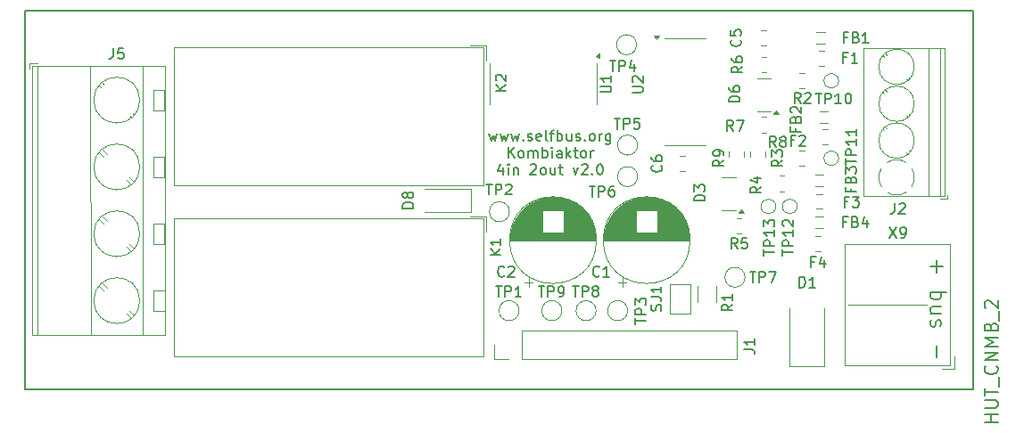
<source format=gbr>
%TF.GenerationSoftware,KiCad,Pcbnew,8.0.1*%
%TF.CreationDate,2024-04-28T14:47:00+02:00*%
%TF.ProjectId,2in-2out_2.0,32696e2d-326f-4757-945f-322e302e6b69,rev?*%
%TF.SameCoordinates,Original*%
%TF.FileFunction,Legend,Top*%
%TF.FilePolarity,Positive*%
%FSLAX46Y46*%
G04 Gerber Fmt 4.6, Leading zero omitted, Abs format (unit mm)*
G04 Created by KiCad (PCBNEW 8.0.1) date 2024-04-28 14:47:00*
%MOMM*%
%LPD*%
G01*
G04 APERTURE LIST*
%ADD10C,0.150000*%
%ADD11C,0.200000*%
%ADD12C,0.127000*%
%ADD13C,0.120000*%
G04 APERTURE END LIST*
D10*
X147606476Y-45928208D02*
X147796952Y-46594875D01*
X147796952Y-46594875D02*
X147987428Y-46118684D01*
X147987428Y-46118684D02*
X148177904Y-46594875D01*
X148177904Y-46594875D02*
X148368380Y-45928208D01*
X148654095Y-45928208D02*
X148844571Y-46594875D01*
X148844571Y-46594875D02*
X149035047Y-46118684D01*
X149035047Y-46118684D02*
X149225523Y-46594875D01*
X149225523Y-46594875D02*
X149415999Y-45928208D01*
X149701714Y-45928208D02*
X149892190Y-46594875D01*
X149892190Y-46594875D02*
X150082666Y-46118684D01*
X150082666Y-46118684D02*
X150273142Y-46594875D01*
X150273142Y-46594875D02*
X150463618Y-45928208D01*
X150844571Y-46499636D02*
X150892190Y-46547256D01*
X150892190Y-46547256D02*
X150844571Y-46594875D01*
X150844571Y-46594875D02*
X150796952Y-46547256D01*
X150796952Y-46547256D02*
X150844571Y-46499636D01*
X150844571Y-46499636D02*
X150844571Y-46594875D01*
X151273142Y-46547256D02*
X151368380Y-46594875D01*
X151368380Y-46594875D02*
X151558856Y-46594875D01*
X151558856Y-46594875D02*
X151654094Y-46547256D01*
X151654094Y-46547256D02*
X151701713Y-46452017D01*
X151701713Y-46452017D02*
X151701713Y-46404398D01*
X151701713Y-46404398D02*
X151654094Y-46309160D01*
X151654094Y-46309160D02*
X151558856Y-46261541D01*
X151558856Y-46261541D02*
X151415999Y-46261541D01*
X151415999Y-46261541D02*
X151320761Y-46213922D01*
X151320761Y-46213922D02*
X151273142Y-46118684D01*
X151273142Y-46118684D02*
X151273142Y-46071065D01*
X151273142Y-46071065D02*
X151320761Y-45975827D01*
X151320761Y-45975827D02*
X151415999Y-45928208D01*
X151415999Y-45928208D02*
X151558856Y-45928208D01*
X151558856Y-45928208D02*
X151654094Y-45975827D01*
X152511237Y-46547256D02*
X152415999Y-46594875D01*
X152415999Y-46594875D02*
X152225523Y-46594875D01*
X152225523Y-46594875D02*
X152130285Y-46547256D01*
X152130285Y-46547256D02*
X152082666Y-46452017D01*
X152082666Y-46452017D02*
X152082666Y-46071065D01*
X152082666Y-46071065D02*
X152130285Y-45975827D01*
X152130285Y-45975827D02*
X152225523Y-45928208D01*
X152225523Y-45928208D02*
X152415999Y-45928208D01*
X152415999Y-45928208D02*
X152511237Y-45975827D01*
X152511237Y-45975827D02*
X152558856Y-46071065D01*
X152558856Y-46071065D02*
X152558856Y-46166303D01*
X152558856Y-46166303D02*
X152082666Y-46261541D01*
X153130285Y-46594875D02*
X153035047Y-46547256D01*
X153035047Y-46547256D02*
X152987428Y-46452017D01*
X152987428Y-46452017D02*
X152987428Y-45594875D01*
X153368381Y-45928208D02*
X153749333Y-45928208D01*
X153511238Y-46594875D02*
X153511238Y-45737732D01*
X153511238Y-45737732D02*
X153558857Y-45642494D01*
X153558857Y-45642494D02*
X153654095Y-45594875D01*
X153654095Y-45594875D02*
X153749333Y-45594875D01*
X154082667Y-46594875D02*
X154082667Y-45594875D01*
X154082667Y-45975827D02*
X154177905Y-45928208D01*
X154177905Y-45928208D02*
X154368381Y-45928208D01*
X154368381Y-45928208D02*
X154463619Y-45975827D01*
X154463619Y-45975827D02*
X154511238Y-46023446D01*
X154511238Y-46023446D02*
X154558857Y-46118684D01*
X154558857Y-46118684D02*
X154558857Y-46404398D01*
X154558857Y-46404398D02*
X154511238Y-46499636D01*
X154511238Y-46499636D02*
X154463619Y-46547256D01*
X154463619Y-46547256D02*
X154368381Y-46594875D01*
X154368381Y-46594875D02*
X154177905Y-46594875D01*
X154177905Y-46594875D02*
X154082667Y-46547256D01*
X155416000Y-45928208D02*
X155416000Y-46594875D01*
X154987429Y-45928208D02*
X154987429Y-46452017D01*
X154987429Y-46452017D02*
X155035048Y-46547256D01*
X155035048Y-46547256D02*
X155130286Y-46594875D01*
X155130286Y-46594875D02*
X155273143Y-46594875D01*
X155273143Y-46594875D02*
X155368381Y-46547256D01*
X155368381Y-46547256D02*
X155416000Y-46499636D01*
X155844572Y-46547256D02*
X155939810Y-46594875D01*
X155939810Y-46594875D02*
X156130286Y-46594875D01*
X156130286Y-46594875D02*
X156225524Y-46547256D01*
X156225524Y-46547256D02*
X156273143Y-46452017D01*
X156273143Y-46452017D02*
X156273143Y-46404398D01*
X156273143Y-46404398D02*
X156225524Y-46309160D01*
X156225524Y-46309160D02*
X156130286Y-46261541D01*
X156130286Y-46261541D02*
X155987429Y-46261541D01*
X155987429Y-46261541D02*
X155892191Y-46213922D01*
X155892191Y-46213922D02*
X155844572Y-46118684D01*
X155844572Y-46118684D02*
X155844572Y-46071065D01*
X155844572Y-46071065D02*
X155892191Y-45975827D01*
X155892191Y-45975827D02*
X155987429Y-45928208D01*
X155987429Y-45928208D02*
X156130286Y-45928208D01*
X156130286Y-45928208D02*
X156225524Y-45975827D01*
X156701715Y-46499636D02*
X156749334Y-46547256D01*
X156749334Y-46547256D02*
X156701715Y-46594875D01*
X156701715Y-46594875D02*
X156654096Y-46547256D01*
X156654096Y-46547256D02*
X156701715Y-46499636D01*
X156701715Y-46499636D02*
X156701715Y-46594875D01*
X157320762Y-46594875D02*
X157225524Y-46547256D01*
X157225524Y-46547256D02*
X157177905Y-46499636D01*
X157177905Y-46499636D02*
X157130286Y-46404398D01*
X157130286Y-46404398D02*
X157130286Y-46118684D01*
X157130286Y-46118684D02*
X157177905Y-46023446D01*
X157177905Y-46023446D02*
X157225524Y-45975827D01*
X157225524Y-45975827D02*
X157320762Y-45928208D01*
X157320762Y-45928208D02*
X157463619Y-45928208D01*
X157463619Y-45928208D02*
X157558857Y-45975827D01*
X157558857Y-45975827D02*
X157606476Y-46023446D01*
X157606476Y-46023446D02*
X157654095Y-46118684D01*
X157654095Y-46118684D02*
X157654095Y-46404398D01*
X157654095Y-46404398D02*
X157606476Y-46499636D01*
X157606476Y-46499636D02*
X157558857Y-46547256D01*
X157558857Y-46547256D02*
X157463619Y-46594875D01*
X157463619Y-46594875D02*
X157320762Y-46594875D01*
X158082667Y-46594875D02*
X158082667Y-45928208D01*
X158082667Y-46118684D02*
X158130286Y-46023446D01*
X158130286Y-46023446D02*
X158177905Y-45975827D01*
X158177905Y-45975827D02*
X158273143Y-45928208D01*
X158273143Y-45928208D02*
X158368381Y-45928208D01*
X159130286Y-45928208D02*
X159130286Y-46737732D01*
X159130286Y-46737732D02*
X159082667Y-46832970D01*
X159082667Y-46832970D02*
X159035048Y-46880589D01*
X159035048Y-46880589D02*
X158939810Y-46928208D01*
X158939810Y-46928208D02*
X158796953Y-46928208D01*
X158796953Y-46928208D02*
X158701715Y-46880589D01*
X159130286Y-46547256D02*
X159035048Y-46594875D01*
X159035048Y-46594875D02*
X158844572Y-46594875D01*
X158844572Y-46594875D02*
X158749334Y-46547256D01*
X158749334Y-46547256D02*
X158701715Y-46499636D01*
X158701715Y-46499636D02*
X158654096Y-46404398D01*
X158654096Y-46404398D02*
X158654096Y-46118684D01*
X158654096Y-46118684D02*
X158701715Y-46023446D01*
X158701715Y-46023446D02*
X158749334Y-45975827D01*
X158749334Y-45975827D02*
X158844572Y-45928208D01*
X158844572Y-45928208D02*
X159035048Y-45928208D01*
X159035048Y-45928208D02*
X159130286Y-45975827D01*
X149439809Y-48204819D02*
X149439809Y-47204819D01*
X150011237Y-48204819D02*
X149582666Y-47633390D01*
X150011237Y-47204819D02*
X149439809Y-47776247D01*
X150582666Y-48204819D02*
X150487428Y-48157200D01*
X150487428Y-48157200D02*
X150439809Y-48109580D01*
X150439809Y-48109580D02*
X150392190Y-48014342D01*
X150392190Y-48014342D02*
X150392190Y-47728628D01*
X150392190Y-47728628D02*
X150439809Y-47633390D01*
X150439809Y-47633390D02*
X150487428Y-47585771D01*
X150487428Y-47585771D02*
X150582666Y-47538152D01*
X150582666Y-47538152D02*
X150725523Y-47538152D01*
X150725523Y-47538152D02*
X150820761Y-47585771D01*
X150820761Y-47585771D02*
X150868380Y-47633390D01*
X150868380Y-47633390D02*
X150915999Y-47728628D01*
X150915999Y-47728628D02*
X150915999Y-48014342D01*
X150915999Y-48014342D02*
X150868380Y-48109580D01*
X150868380Y-48109580D02*
X150820761Y-48157200D01*
X150820761Y-48157200D02*
X150725523Y-48204819D01*
X150725523Y-48204819D02*
X150582666Y-48204819D01*
X151344571Y-48204819D02*
X151344571Y-47538152D01*
X151344571Y-47633390D02*
X151392190Y-47585771D01*
X151392190Y-47585771D02*
X151487428Y-47538152D01*
X151487428Y-47538152D02*
X151630285Y-47538152D01*
X151630285Y-47538152D02*
X151725523Y-47585771D01*
X151725523Y-47585771D02*
X151773142Y-47681009D01*
X151773142Y-47681009D02*
X151773142Y-48204819D01*
X151773142Y-47681009D02*
X151820761Y-47585771D01*
X151820761Y-47585771D02*
X151915999Y-47538152D01*
X151915999Y-47538152D02*
X152058856Y-47538152D01*
X152058856Y-47538152D02*
X152154095Y-47585771D01*
X152154095Y-47585771D02*
X152201714Y-47681009D01*
X152201714Y-47681009D02*
X152201714Y-48204819D01*
X152677904Y-48204819D02*
X152677904Y-47204819D01*
X152677904Y-47585771D02*
X152773142Y-47538152D01*
X152773142Y-47538152D02*
X152963618Y-47538152D01*
X152963618Y-47538152D02*
X153058856Y-47585771D01*
X153058856Y-47585771D02*
X153106475Y-47633390D01*
X153106475Y-47633390D02*
X153154094Y-47728628D01*
X153154094Y-47728628D02*
X153154094Y-48014342D01*
X153154094Y-48014342D02*
X153106475Y-48109580D01*
X153106475Y-48109580D02*
X153058856Y-48157200D01*
X153058856Y-48157200D02*
X152963618Y-48204819D01*
X152963618Y-48204819D02*
X152773142Y-48204819D01*
X152773142Y-48204819D02*
X152677904Y-48157200D01*
X153582666Y-48204819D02*
X153582666Y-47538152D01*
X153582666Y-47204819D02*
X153535047Y-47252438D01*
X153535047Y-47252438D02*
X153582666Y-47300057D01*
X153582666Y-47300057D02*
X153630285Y-47252438D01*
X153630285Y-47252438D02*
X153582666Y-47204819D01*
X153582666Y-47204819D02*
X153582666Y-47300057D01*
X154487427Y-48204819D02*
X154487427Y-47681009D01*
X154487427Y-47681009D02*
X154439808Y-47585771D01*
X154439808Y-47585771D02*
X154344570Y-47538152D01*
X154344570Y-47538152D02*
X154154094Y-47538152D01*
X154154094Y-47538152D02*
X154058856Y-47585771D01*
X154487427Y-48157200D02*
X154392189Y-48204819D01*
X154392189Y-48204819D02*
X154154094Y-48204819D01*
X154154094Y-48204819D02*
X154058856Y-48157200D01*
X154058856Y-48157200D02*
X154011237Y-48061961D01*
X154011237Y-48061961D02*
X154011237Y-47966723D01*
X154011237Y-47966723D02*
X154058856Y-47871485D01*
X154058856Y-47871485D02*
X154154094Y-47823866D01*
X154154094Y-47823866D02*
X154392189Y-47823866D01*
X154392189Y-47823866D02*
X154487427Y-47776247D01*
X154963618Y-48204819D02*
X154963618Y-47204819D01*
X155058856Y-47823866D02*
X155344570Y-48204819D01*
X155344570Y-47538152D02*
X154963618Y-47919104D01*
X155630285Y-47538152D02*
X156011237Y-47538152D01*
X155773142Y-47204819D02*
X155773142Y-48061961D01*
X155773142Y-48061961D02*
X155820761Y-48157200D01*
X155820761Y-48157200D02*
X155915999Y-48204819D01*
X155915999Y-48204819D02*
X156011237Y-48204819D01*
X156487428Y-48204819D02*
X156392190Y-48157200D01*
X156392190Y-48157200D02*
X156344571Y-48109580D01*
X156344571Y-48109580D02*
X156296952Y-48014342D01*
X156296952Y-48014342D02*
X156296952Y-47728628D01*
X156296952Y-47728628D02*
X156344571Y-47633390D01*
X156344571Y-47633390D02*
X156392190Y-47585771D01*
X156392190Y-47585771D02*
X156487428Y-47538152D01*
X156487428Y-47538152D02*
X156630285Y-47538152D01*
X156630285Y-47538152D02*
X156725523Y-47585771D01*
X156725523Y-47585771D02*
X156773142Y-47633390D01*
X156773142Y-47633390D02*
X156820761Y-47728628D01*
X156820761Y-47728628D02*
X156820761Y-48014342D01*
X156820761Y-48014342D02*
X156773142Y-48109580D01*
X156773142Y-48109580D02*
X156725523Y-48157200D01*
X156725523Y-48157200D02*
X156630285Y-48204819D01*
X156630285Y-48204819D02*
X156487428Y-48204819D01*
X157249333Y-48204819D02*
X157249333Y-47538152D01*
X157249333Y-47728628D02*
X157296952Y-47633390D01*
X157296952Y-47633390D02*
X157344571Y-47585771D01*
X157344571Y-47585771D02*
X157439809Y-47538152D01*
X157439809Y-47538152D02*
X157535047Y-47538152D01*
X148915999Y-49148096D02*
X148915999Y-49814763D01*
X148677904Y-48767144D02*
X148439809Y-49481429D01*
X148439809Y-49481429D02*
X149058856Y-49481429D01*
X149439809Y-49814763D02*
X149439809Y-49148096D01*
X149439809Y-48814763D02*
X149392190Y-48862382D01*
X149392190Y-48862382D02*
X149439809Y-48910001D01*
X149439809Y-48910001D02*
X149487428Y-48862382D01*
X149487428Y-48862382D02*
X149439809Y-48814763D01*
X149439809Y-48814763D02*
X149439809Y-48910001D01*
X149915999Y-49148096D02*
X149915999Y-49814763D01*
X149915999Y-49243334D02*
X149963618Y-49195715D01*
X149963618Y-49195715D02*
X150058856Y-49148096D01*
X150058856Y-49148096D02*
X150201713Y-49148096D01*
X150201713Y-49148096D02*
X150296951Y-49195715D01*
X150296951Y-49195715D02*
X150344570Y-49290953D01*
X150344570Y-49290953D02*
X150344570Y-49814763D01*
X151535047Y-48910001D02*
X151582666Y-48862382D01*
X151582666Y-48862382D02*
X151677904Y-48814763D01*
X151677904Y-48814763D02*
X151915999Y-48814763D01*
X151915999Y-48814763D02*
X152011237Y-48862382D01*
X152011237Y-48862382D02*
X152058856Y-48910001D01*
X152058856Y-48910001D02*
X152106475Y-49005239D01*
X152106475Y-49005239D02*
X152106475Y-49100477D01*
X152106475Y-49100477D02*
X152058856Y-49243334D01*
X152058856Y-49243334D02*
X151487428Y-49814763D01*
X151487428Y-49814763D02*
X152106475Y-49814763D01*
X152677904Y-49814763D02*
X152582666Y-49767144D01*
X152582666Y-49767144D02*
X152535047Y-49719524D01*
X152535047Y-49719524D02*
X152487428Y-49624286D01*
X152487428Y-49624286D02*
X152487428Y-49338572D01*
X152487428Y-49338572D02*
X152535047Y-49243334D01*
X152535047Y-49243334D02*
X152582666Y-49195715D01*
X152582666Y-49195715D02*
X152677904Y-49148096D01*
X152677904Y-49148096D02*
X152820761Y-49148096D01*
X152820761Y-49148096D02*
X152915999Y-49195715D01*
X152915999Y-49195715D02*
X152963618Y-49243334D01*
X152963618Y-49243334D02*
X153011237Y-49338572D01*
X153011237Y-49338572D02*
X153011237Y-49624286D01*
X153011237Y-49624286D02*
X152963618Y-49719524D01*
X152963618Y-49719524D02*
X152915999Y-49767144D01*
X152915999Y-49767144D02*
X152820761Y-49814763D01*
X152820761Y-49814763D02*
X152677904Y-49814763D01*
X153868380Y-49148096D02*
X153868380Y-49814763D01*
X153439809Y-49148096D02*
X153439809Y-49671905D01*
X153439809Y-49671905D02*
X153487428Y-49767144D01*
X153487428Y-49767144D02*
X153582666Y-49814763D01*
X153582666Y-49814763D02*
X153725523Y-49814763D01*
X153725523Y-49814763D02*
X153820761Y-49767144D01*
X153820761Y-49767144D02*
X153868380Y-49719524D01*
X154201714Y-49148096D02*
X154582666Y-49148096D01*
X154344571Y-48814763D02*
X154344571Y-49671905D01*
X154344571Y-49671905D02*
X154392190Y-49767144D01*
X154392190Y-49767144D02*
X154487428Y-49814763D01*
X154487428Y-49814763D02*
X154582666Y-49814763D01*
X155582667Y-49148096D02*
X155820762Y-49814763D01*
X155820762Y-49814763D02*
X156058857Y-49148096D01*
X156392191Y-48910001D02*
X156439810Y-48862382D01*
X156439810Y-48862382D02*
X156535048Y-48814763D01*
X156535048Y-48814763D02*
X156773143Y-48814763D01*
X156773143Y-48814763D02*
X156868381Y-48862382D01*
X156868381Y-48862382D02*
X156916000Y-48910001D01*
X156916000Y-48910001D02*
X156963619Y-49005239D01*
X156963619Y-49005239D02*
X156963619Y-49100477D01*
X156963619Y-49100477D02*
X156916000Y-49243334D01*
X156916000Y-49243334D02*
X156344572Y-49814763D01*
X156344572Y-49814763D02*
X156963619Y-49814763D01*
X157392191Y-49719524D02*
X157439810Y-49767144D01*
X157439810Y-49767144D02*
X157392191Y-49814763D01*
X157392191Y-49814763D02*
X157344572Y-49767144D01*
X157344572Y-49767144D02*
X157392191Y-49719524D01*
X157392191Y-49719524D02*
X157392191Y-49814763D01*
X158058857Y-48814763D02*
X158154095Y-48814763D01*
X158154095Y-48814763D02*
X158249333Y-48862382D01*
X158249333Y-48862382D02*
X158296952Y-48910001D01*
X158296952Y-48910001D02*
X158344571Y-49005239D01*
X158344571Y-49005239D02*
X158392190Y-49195715D01*
X158392190Y-49195715D02*
X158392190Y-49433810D01*
X158392190Y-49433810D02*
X158344571Y-49624286D01*
X158344571Y-49624286D02*
X158296952Y-49719524D01*
X158296952Y-49719524D02*
X158249333Y-49767144D01*
X158249333Y-49767144D02*
X158154095Y-49814763D01*
X158154095Y-49814763D02*
X158058857Y-49814763D01*
X158058857Y-49814763D02*
X157963619Y-49767144D01*
X157963619Y-49767144D02*
X157916000Y-49719524D01*
X157916000Y-49719524D02*
X157868381Y-49624286D01*
X157868381Y-49624286D02*
X157820762Y-49433810D01*
X157820762Y-49433810D02*
X157820762Y-49195715D01*
X157820762Y-49195715D02*
X157868381Y-49005239D01*
X157868381Y-49005239D02*
X157916000Y-48910001D01*
X157916000Y-48910001D02*
X157963619Y-48862382D01*
X157963619Y-48862382D02*
X158058857Y-48814763D01*
D11*
X190083100Y-57978456D02*
X190083100Y-59121314D01*
X189511671Y-58549885D02*
X190654528Y-58549885D01*
X189511671Y-60978456D02*
X191011671Y-60978456D01*
X190440242Y-60978456D02*
X190511671Y-61121314D01*
X190511671Y-61121314D02*
X190511671Y-61407028D01*
X190511671Y-61407028D02*
X190440242Y-61549885D01*
X190440242Y-61549885D02*
X190368814Y-61621314D01*
X190368814Y-61621314D02*
X190225957Y-61692742D01*
X190225957Y-61692742D02*
X189797385Y-61692742D01*
X189797385Y-61692742D02*
X189654528Y-61621314D01*
X189654528Y-61621314D02*
X189583100Y-61549885D01*
X189583100Y-61549885D02*
X189511671Y-61407028D01*
X189511671Y-61407028D02*
X189511671Y-61121314D01*
X189511671Y-61121314D02*
X189583100Y-60978456D01*
X190511671Y-62978457D02*
X189511671Y-62978457D01*
X190511671Y-62335599D02*
X189725957Y-62335599D01*
X189725957Y-62335599D02*
X189583100Y-62407028D01*
X189583100Y-62407028D02*
X189511671Y-62549885D01*
X189511671Y-62549885D02*
X189511671Y-62764171D01*
X189511671Y-62764171D02*
X189583100Y-62907028D01*
X189583100Y-62907028D02*
X189654528Y-62978457D01*
X189583100Y-63621314D02*
X189511671Y-63764171D01*
X189511671Y-63764171D02*
X189511671Y-64049885D01*
X189511671Y-64049885D02*
X189583100Y-64192742D01*
X189583100Y-64192742D02*
X189725957Y-64264171D01*
X189725957Y-64264171D02*
X189797385Y-64264171D01*
X189797385Y-64264171D02*
X189940242Y-64192742D01*
X189940242Y-64192742D02*
X190011671Y-64049885D01*
X190011671Y-64049885D02*
X190011671Y-63835600D01*
X190011671Y-63835600D02*
X190083100Y-63692742D01*
X190083100Y-63692742D02*
X190225957Y-63621314D01*
X190225957Y-63621314D02*
X190297385Y-63621314D01*
X190297385Y-63621314D02*
X190440242Y-63692742D01*
X190440242Y-63692742D02*
X190511671Y-63835600D01*
X190511671Y-63835600D02*
X190511671Y-64049885D01*
X190511671Y-64049885D02*
X190440242Y-64192742D01*
X190083100Y-66049885D02*
X190083100Y-67192743D01*
D10*
X195905726Y-73309238D02*
X194635726Y-73309238D01*
X195240488Y-73309238D02*
X195240488Y-72583523D01*
X195905726Y-72583523D02*
X194635726Y-72583523D01*
X194635726Y-71978762D02*
X195663821Y-71978762D01*
X195663821Y-71978762D02*
X195784773Y-71918285D01*
X195784773Y-71918285D02*
X195845250Y-71857809D01*
X195845250Y-71857809D02*
X195905726Y-71736857D01*
X195905726Y-71736857D02*
X195905726Y-71494952D01*
X195905726Y-71494952D02*
X195845250Y-71374000D01*
X195845250Y-71374000D02*
X195784773Y-71313523D01*
X195784773Y-71313523D02*
X195663821Y-71253047D01*
X195663821Y-71253047D02*
X194635726Y-71253047D01*
X194635726Y-70829714D02*
X194635726Y-70104000D01*
X195905726Y-70466857D02*
X194635726Y-70466857D01*
X196026678Y-69983048D02*
X196026678Y-69015428D01*
X195784773Y-67987333D02*
X195845250Y-68047809D01*
X195845250Y-68047809D02*
X195905726Y-68229238D01*
X195905726Y-68229238D02*
X195905726Y-68350190D01*
X195905726Y-68350190D02*
X195845250Y-68531619D01*
X195845250Y-68531619D02*
X195724297Y-68652571D01*
X195724297Y-68652571D02*
X195603345Y-68713048D01*
X195603345Y-68713048D02*
X195361440Y-68773524D01*
X195361440Y-68773524D02*
X195180011Y-68773524D01*
X195180011Y-68773524D02*
X194938107Y-68713048D01*
X194938107Y-68713048D02*
X194817154Y-68652571D01*
X194817154Y-68652571D02*
X194696202Y-68531619D01*
X194696202Y-68531619D02*
X194635726Y-68350190D01*
X194635726Y-68350190D02*
X194635726Y-68229238D01*
X194635726Y-68229238D02*
X194696202Y-68047809D01*
X194696202Y-68047809D02*
X194756678Y-67987333D01*
X195905726Y-67443048D02*
X194635726Y-67443048D01*
X194635726Y-67443048D02*
X195905726Y-66717333D01*
X195905726Y-66717333D02*
X194635726Y-66717333D01*
X195905726Y-66112572D02*
X194635726Y-66112572D01*
X194635726Y-66112572D02*
X195542869Y-65689238D01*
X195542869Y-65689238D02*
X194635726Y-65265905D01*
X194635726Y-65265905D02*
X195905726Y-65265905D01*
X195240488Y-64237809D02*
X195300964Y-64056381D01*
X195300964Y-64056381D02*
X195361440Y-63995904D01*
X195361440Y-63995904D02*
X195482392Y-63935428D01*
X195482392Y-63935428D02*
X195663821Y-63935428D01*
X195663821Y-63935428D02*
X195784773Y-63995904D01*
X195784773Y-63995904D02*
X195845250Y-64056381D01*
X195845250Y-64056381D02*
X195905726Y-64177333D01*
X195905726Y-64177333D02*
X195905726Y-64661143D01*
X195905726Y-64661143D02*
X194635726Y-64661143D01*
X194635726Y-64661143D02*
X194635726Y-64237809D01*
X194635726Y-64237809D02*
X194696202Y-64116857D01*
X194696202Y-64116857D02*
X194756678Y-64056381D01*
X194756678Y-64056381D02*
X194877630Y-63995904D01*
X194877630Y-63995904D02*
X194998583Y-63995904D01*
X194998583Y-63995904D02*
X195119535Y-64056381D01*
X195119535Y-64056381D02*
X195180011Y-64116857D01*
X195180011Y-64116857D02*
X195240488Y-64237809D01*
X195240488Y-64237809D02*
X195240488Y-64661143D01*
X196026678Y-63693524D02*
X196026678Y-62725904D01*
X194756678Y-62484000D02*
X194696202Y-62423524D01*
X194696202Y-62423524D02*
X194635726Y-62302571D01*
X194635726Y-62302571D02*
X194635726Y-62000190D01*
X194635726Y-62000190D02*
X194696202Y-61879238D01*
X194696202Y-61879238D02*
X194756678Y-61818762D01*
X194756678Y-61818762D02*
X194877630Y-61758285D01*
X194877630Y-61758285D02*
X194998583Y-61758285D01*
X194998583Y-61758285D02*
X195180011Y-61818762D01*
X195180011Y-61818762D02*
X195905726Y-62544476D01*
X195905726Y-62544476D02*
X195905726Y-61758285D01*
X149221819Y-41827220D02*
X148221819Y-41827220D01*
X149221819Y-41255792D02*
X148650390Y-41684363D01*
X148221819Y-41255792D02*
X148793247Y-41827220D01*
X148317057Y-40874839D02*
X148269438Y-40827220D01*
X148269438Y-40827220D02*
X148221819Y-40731982D01*
X148221819Y-40731982D02*
X148221819Y-40493887D01*
X148221819Y-40493887D02*
X148269438Y-40398649D01*
X148269438Y-40398649D02*
X148317057Y-40351030D01*
X148317057Y-40351030D02*
X148412295Y-40303411D01*
X148412295Y-40303411D02*
X148507533Y-40303411D01*
X148507533Y-40303411D02*
X148650390Y-40351030D01*
X148650390Y-40351030D02*
X149221819Y-40922458D01*
X149221819Y-40922458D02*
X149221819Y-40303411D01*
X158063333Y-59414580D02*
X158015714Y-59462200D01*
X158015714Y-59462200D02*
X157872857Y-59509819D01*
X157872857Y-59509819D02*
X157777619Y-59509819D01*
X157777619Y-59509819D02*
X157634762Y-59462200D01*
X157634762Y-59462200D02*
X157539524Y-59366961D01*
X157539524Y-59366961D02*
X157491905Y-59271723D01*
X157491905Y-59271723D02*
X157444286Y-59081247D01*
X157444286Y-59081247D02*
X157444286Y-58938390D01*
X157444286Y-58938390D02*
X157491905Y-58747914D01*
X157491905Y-58747914D02*
X157539524Y-58652676D01*
X157539524Y-58652676D02*
X157634762Y-58557438D01*
X157634762Y-58557438D02*
X157777619Y-58509819D01*
X157777619Y-58509819D02*
X157872857Y-58509819D01*
X157872857Y-58509819D02*
X158015714Y-58557438D01*
X158015714Y-58557438D02*
X158063333Y-58605057D01*
X159015714Y-59509819D02*
X158444286Y-59509819D01*
X158730000Y-59509819D02*
X158730000Y-58509819D01*
X158730000Y-58509819D02*
X158634762Y-58652676D01*
X158634762Y-58652676D02*
X158539524Y-58747914D01*
X158539524Y-58747914D02*
X158444286Y-58795533D01*
X172347095Y-59017819D02*
X172918523Y-59017819D01*
X172632809Y-60017819D02*
X172632809Y-59017819D01*
X173251857Y-60017819D02*
X173251857Y-59017819D01*
X173251857Y-59017819D02*
X173632809Y-59017819D01*
X173632809Y-59017819D02*
X173728047Y-59065438D01*
X173728047Y-59065438D02*
X173775666Y-59113057D01*
X173775666Y-59113057D02*
X173823285Y-59208295D01*
X173823285Y-59208295D02*
X173823285Y-59351152D01*
X173823285Y-59351152D02*
X173775666Y-59446390D01*
X173775666Y-59446390D02*
X173728047Y-59494009D01*
X173728047Y-59494009D02*
X173632809Y-59541628D01*
X173632809Y-59541628D02*
X173251857Y-59541628D01*
X174156619Y-59017819D02*
X174823285Y-59017819D01*
X174823285Y-59017819D02*
X174394714Y-60017819D01*
X140408819Y-52988094D02*
X139408819Y-52988094D01*
X139408819Y-52988094D02*
X139408819Y-52749999D01*
X139408819Y-52749999D02*
X139456438Y-52607142D01*
X139456438Y-52607142D02*
X139551676Y-52511904D01*
X139551676Y-52511904D02*
X139646914Y-52464285D01*
X139646914Y-52464285D02*
X139837390Y-52416666D01*
X139837390Y-52416666D02*
X139980247Y-52416666D01*
X139980247Y-52416666D02*
X140170723Y-52464285D01*
X140170723Y-52464285D02*
X140265961Y-52511904D01*
X140265961Y-52511904D02*
X140361200Y-52607142D01*
X140361200Y-52607142D02*
X140408819Y-52749999D01*
X140408819Y-52749999D02*
X140408819Y-52988094D01*
X139837390Y-51845237D02*
X139789771Y-51940475D01*
X139789771Y-51940475D02*
X139742152Y-51988094D01*
X139742152Y-51988094D02*
X139646914Y-52035713D01*
X139646914Y-52035713D02*
X139599295Y-52035713D01*
X139599295Y-52035713D02*
X139504057Y-51988094D01*
X139504057Y-51988094D02*
X139456438Y-51940475D01*
X139456438Y-51940475D02*
X139408819Y-51845237D01*
X139408819Y-51845237D02*
X139408819Y-51654761D01*
X139408819Y-51654761D02*
X139456438Y-51559523D01*
X139456438Y-51559523D02*
X139504057Y-51511904D01*
X139504057Y-51511904D02*
X139599295Y-51464285D01*
X139599295Y-51464285D02*
X139646914Y-51464285D01*
X139646914Y-51464285D02*
X139742152Y-51511904D01*
X139742152Y-51511904D02*
X139789771Y-51559523D01*
X139789771Y-51559523D02*
X139837390Y-51654761D01*
X139837390Y-51654761D02*
X139837390Y-51845237D01*
X139837390Y-51845237D02*
X139885009Y-51940475D01*
X139885009Y-51940475D02*
X139932628Y-51988094D01*
X139932628Y-51988094D02*
X140027866Y-52035713D01*
X140027866Y-52035713D02*
X140218342Y-52035713D01*
X140218342Y-52035713D02*
X140313580Y-51988094D01*
X140313580Y-51988094D02*
X140361200Y-51940475D01*
X140361200Y-51940475D02*
X140408819Y-51845237D01*
X140408819Y-51845237D02*
X140408819Y-51654761D01*
X140408819Y-51654761D02*
X140361200Y-51559523D01*
X140361200Y-51559523D02*
X140313580Y-51511904D01*
X140313580Y-51511904D02*
X140218342Y-51464285D01*
X140218342Y-51464285D02*
X140027866Y-51464285D01*
X140027866Y-51464285D02*
X139932628Y-51511904D01*
X139932628Y-51511904D02*
X139885009Y-51559523D01*
X139885009Y-51559523D02*
X139837390Y-51654761D01*
X181922009Y-51125333D02*
X181922009Y-51458666D01*
X182445819Y-51458666D02*
X181445819Y-51458666D01*
X181445819Y-51458666D02*
X181445819Y-50982476D01*
X181922009Y-50268190D02*
X181969628Y-50125333D01*
X181969628Y-50125333D02*
X182017247Y-50077714D01*
X182017247Y-50077714D02*
X182112485Y-50030095D01*
X182112485Y-50030095D02*
X182255342Y-50030095D01*
X182255342Y-50030095D02*
X182350580Y-50077714D01*
X182350580Y-50077714D02*
X182398200Y-50125333D01*
X182398200Y-50125333D02*
X182445819Y-50220571D01*
X182445819Y-50220571D02*
X182445819Y-50601523D01*
X182445819Y-50601523D02*
X181445819Y-50601523D01*
X181445819Y-50601523D02*
X181445819Y-50268190D01*
X181445819Y-50268190D02*
X181493438Y-50172952D01*
X181493438Y-50172952D02*
X181541057Y-50125333D01*
X181541057Y-50125333D02*
X181636295Y-50077714D01*
X181636295Y-50077714D02*
X181731533Y-50077714D01*
X181731533Y-50077714D02*
X181826771Y-50125333D01*
X181826771Y-50125333D02*
X181874390Y-50172952D01*
X181874390Y-50172952D02*
X181922009Y-50268190D01*
X181922009Y-50268190D02*
X181922009Y-50601523D01*
X181445819Y-49696761D02*
X181445819Y-49077714D01*
X181445819Y-49077714D02*
X181826771Y-49411047D01*
X181826771Y-49411047D02*
X181826771Y-49268190D01*
X181826771Y-49268190D02*
X181874390Y-49172952D01*
X181874390Y-49172952D02*
X181922009Y-49125333D01*
X181922009Y-49125333D02*
X182017247Y-49077714D01*
X182017247Y-49077714D02*
X182255342Y-49077714D01*
X182255342Y-49077714D02*
X182350580Y-49125333D01*
X182350580Y-49125333D02*
X182398200Y-49172952D01*
X182398200Y-49172952D02*
X182445819Y-49268190D01*
X182445819Y-49268190D02*
X182445819Y-49553904D01*
X182445819Y-49553904D02*
X182398200Y-49649142D01*
X182398200Y-49649142D02*
X182350580Y-49696761D01*
X157107095Y-50889819D02*
X157678523Y-50889819D01*
X157392809Y-51889819D02*
X157392809Y-50889819D01*
X158011857Y-51889819D02*
X158011857Y-50889819D01*
X158011857Y-50889819D02*
X158392809Y-50889819D01*
X158392809Y-50889819D02*
X158488047Y-50937438D01*
X158488047Y-50937438D02*
X158535666Y-50985057D01*
X158535666Y-50985057D02*
X158583285Y-51080295D01*
X158583285Y-51080295D02*
X158583285Y-51223152D01*
X158583285Y-51223152D02*
X158535666Y-51318390D01*
X158535666Y-51318390D02*
X158488047Y-51366009D01*
X158488047Y-51366009D02*
X158392809Y-51413628D01*
X158392809Y-51413628D02*
X158011857Y-51413628D01*
X159440428Y-50889819D02*
X159249952Y-50889819D01*
X159249952Y-50889819D02*
X159154714Y-50937438D01*
X159154714Y-50937438D02*
X159107095Y-50985057D01*
X159107095Y-50985057D02*
X159011857Y-51127914D01*
X159011857Y-51127914D02*
X158964238Y-51318390D01*
X158964238Y-51318390D02*
X158964238Y-51699342D01*
X158964238Y-51699342D02*
X159011857Y-51794580D01*
X159011857Y-51794580D02*
X159059476Y-51842200D01*
X159059476Y-51842200D02*
X159154714Y-51889819D01*
X159154714Y-51889819D02*
X159345190Y-51889819D01*
X159345190Y-51889819D02*
X159440428Y-51842200D01*
X159440428Y-51842200D02*
X159488047Y-51794580D01*
X159488047Y-51794580D02*
X159535666Y-51699342D01*
X159535666Y-51699342D02*
X159535666Y-51461247D01*
X159535666Y-51461247D02*
X159488047Y-51366009D01*
X159488047Y-51366009D02*
X159440428Y-51318390D01*
X159440428Y-51318390D02*
X159345190Y-51270771D01*
X159345190Y-51270771D02*
X159154714Y-51270771D01*
X159154714Y-51270771D02*
X159059476Y-51318390D01*
X159059476Y-51318390D02*
X159011857Y-51366009D01*
X159011857Y-51366009D02*
X158964238Y-51461247D01*
X181589466Y-36761009D02*
X181256133Y-36761009D01*
X181256133Y-37284819D02*
X181256133Y-36284819D01*
X181256133Y-36284819D02*
X181732323Y-36284819D01*
X182446609Y-36761009D02*
X182589466Y-36808628D01*
X182589466Y-36808628D02*
X182637085Y-36856247D01*
X182637085Y-36856247D02*
X182684704Y-36951485D01*
X182684704Y-36951485D02*
X182684704Y-37094342D01*
X182684704Y-37094342D02*
X182637085Y-37189580D01*
X182637085Y-37189580D02*
X182589466Y-37237200D01*
X182589466Y-37237200D02*
X182494228Y-37284819D01*
X182494228Y-37284819D02*
X182113276Y-37284819D01*
X182113276Y-37284819D02*
X182113276Y-36284819D01*
X182113276Y-36284819D02*
X182446609Y-36284819D01*
X182446609Y-36284819D02*
X182541847Y-36332438D01*
X182541847Y-36332438D02*
X182589466Y-36380057D01*
X182589466Y-36380057D02*
X182637085Y-36475295D01*
X182637085Y-36475295D02*
X182637085Y-36570533D01*
X182637085Y-36570533D02*
X182589466Y-36665771D01*
X182589466Y-36665771D02*
X182541847Y-36713390D01*
X182541847Y-36713390D02*
X182446609Y-36761009D01*
X182446609Y-36761009D02*
X182113276Y-36761009D01*
X183637085Y-37284819D02*
X183065657Y-37284819D01*
X183351371Y-37284819D02*
X183351371Y-36284819D01*
X183351371Y-36284819D02*
X183256133Y-36427676D01*
X183256133Y-36427676D02*
X183160895Y-36522914D01*
X183160895Y-36522914D02*
X183065657Y-36570533D01*
X173428819Y-50966666D02*
X172952628Y-51299999D01*
X173428819Y-51538094D02*
X172428819Y-51538094D01*
X172428819Y-51538094D02*
X172428819Y-51157142D01*
X172428819Y-51157142D02*
X172476438Y-51061904D01*
X172476438Y-51061904D02*
X172524057Y-51014285D01*
X172524057Y-51014285D02*
X172619295Y-50966666D01*
X172619295Y-50966666D02*
X172762152Y-50966666D01*
X172762152Y-50966666D02*
X172857390Y-51014285D01*
X172857390Y-51014285D02*
X172905009Y-51061904D01*
X172905009Y-51061904D02*
X172952628Y-51157142D01*
X172952628Y-51157142D02*
X172952628Y-51538094D01*
X172762152Y-50109523D02*
X173428819Y-50109523D01*
X172381200Y-50347618D02*
X173095485Y-50585713D01*
X173095485Y-50585713D02*
X173095485Y-49966666D01*
X178601905Y-42076019D02*
X179173333Y-42076019D01*
X178887619Y-43076019D02*
X178887619Y-42076019D01*
X179506667Y-43076019D02*
X179506667Y-42076019D01*
X179506667Y-42076019D02*
X179887619Y-42076019D01*
X179887619Y-42076019D02*
X179982857Y-42123638D01*
X179982857Y-42123638D02*
X180030476Y-42171257D01*
X180030476Y-42171257D02*
X180078095Y-42266495D01*
X180078095Y-42266495D02*
X180078095Y-42409352D01*
X180078095Y-42409352D02*
X180030476Y-42504590D01*
X180030476Y-42504590D02*
X179982857Y-42552209D01*
X179982857Y-42552209D02*
X179887619Y-42599828D01*
X179887619Y-42599828D02*
X179506667Y-42599828D01*
X181030476Y-43076019D02*
X180459048Y-43076019D01*
X180744762Y-43076019D02*
X180744762Y-42076019D01*
X180744762Y-42076019D02*
X180649524Y-42218876D01*
X180649524Y-42218876D02*
X180554286Y-42314114D01*
X180554286Y-42314114D02*
X180459048Y-42361733D01*
X181649524Y-42076019D02*
X181744762Y-42076019D01*
X181744762Y-42076019D02*
X181840000Y-42123638D01*
X181840000Y-42123638D02*
X181887619Y-42171257D01*
X181887619Y-42171257D02*
X181935238Y-42266495D01*
X181935238Y-42266495D02*
X181982857Y-42456971D01*
X181982857Y-42456971D02*
X181982857Y-42695066D01*
X181982857Y-42695066D02*
X181935238Y-42885542D01*
X181935238Y-42885542D02*
X181887619Y-42980780D01*
X181887619Y-42980780D02*
X181840000Y-43028400D01*
X181840000Y-43028400D02*
X181744762Y-43076019D01*
X181744762Y-43076019D02*
X181649524Y-43076019D01*
X181649524Y-43076019D02*
X181554286Y-43028400D01*
X181554286Y-43028400D02*
X181506667Y-42980780D01*
X181506667Y-42980780D02*
X181459048Y-42885542D01*
X181459048Y-42885542D02*
X181411429Y-42695066D01*
X181411429Y-42695066D02*
X181411429Y-42456971D01*
X181411429Y-42456971D02*
X181459048Y-42266495D01*
X181459048Y-42266495D02*
X181506667Y-42171257D01*
X181506667Y-42171257D02*
X181554286Y-42123638D01*
X181554286Y-42123638D02*
X181649524Y-42076019D01*
X176577666Y-46540009D02*
X176244333Y-46540009D01*
X176244333Y-47063819D02*
X176244333Y-46063819D01*
X176244333Y-46063819D02*
X176720523Y-46063819D01*
X177053857Y-46159057D02*
X177101476Y-46111438D01*
X177101476Y-46111438D02*
X177196714Y-46063819D01*
X177196714Y-46063819D02*
X177434809Y-46063819D01*
X177434809Y-46063819D02*
X177530047Y-46111438D01*
X177530047Y-46111438D02*
X177577666Y-46159057D01*
X177577666Y-46159057D02*
X177625285Y-46254295D01*
X177625285Y-46254295D02*
X177625285Y-46349533D01*
X177625285Y-46349533D02*
X177577666Y-46492390D01*
X177577666Y-46492390D02*
X177006238Y-47063819D01*
X177006238Y-47063819D02*
X177625285Y-47063819D01*
X175476819Y-57491094D02*
X175476819Y-56919666D01*
X176476819Y-57205380D02*
X175476819Y-57205380D01*
X176476819Y-56586332D02*
X175476819Y-56586332D01*
X175476819Y-56586332D02*
X175476819Y-56205380D01*
X175476819Y-56205380D02*
X175524438Y-56110142D01*
X175524438Y-56110142D02*
X175572057Y-56062523D01*
X175572057Y-56062523D02*
X175667295Y-56014904D01*
X175667295Y-56014904D02*
X175810152Y-56014904D01*
X175810152Y-56014904D02*
X175905390Y-56062523D01*
X175905390Y-56062523D02*
X175953009Y-56110142D01*
X175953009Y-56110142D02*
X176000628Y-56205380D01*
X176000628Y-56205380D02*
X176000628Y-56586332D01*
X176476819Y-55062523D02*
X176476819Y-55633951D01*
X176476819Y-55348237D02*
X175476819Y-55348237D01*
X175476819Y-55348237D02*
X175619676Y-55443475D01*
X175619676Y-55443475D02*
X175714914Y-55538713D01*
X175714914Y-55538713D02*
X175762533Y-55633951D01*
X175572057Y-54681570D02*
X175524438Y-54633951D01*
X175524438Y-54633951D02*
X175476819Y-54538713D01*
X175476819Y-54538713D02*
X175476819Y-54300618D01*
X175476819Y-54300618D02*
X175524438Y-54205380D01*
X175524438Y-54205380D02*
X175572057Y-54157761D01*
X175572057Y-54157761D02*
X175667295Y-54110142D01*
X175667295Y-54110142D02*
X175762533Y-54110142D01*
X175762533Y-54110142D02*
X175905390Y-54157761D01*
X175905390Y-54157761D02*
X176476819Y-54729189D01*
X176476819Y-54729189D02*
X176476819Y-54110142D01*
X171819219Y-66424133D02*
X172533504Y-66424133D01*
X172533504Y-66424133D02*
X172676361Y-66471752D01*
X172676361Y-66471752D02*
X172771600Y-66566990D01*
X172771600Y-66566990D02*
X172819219Y-66709847D01*
X172819219Y-66709847D02*
X172819219Y-66805085D01*
X172819219Y-65424133D02*
X172819219Y-65995561D01*
X172819219Y-65709847D02*
X171819219Y-65709847D01*
X171819219Y-65709847D02*
X171962076Y-65805085D01*
X171962076Y-65805085D02*
X172057314Y-65900323D01*
X172057314Y-65900323D02*
X172104933Y-65995561D01*
X171428580Y-36996666D02*
X171476200Y-37044285D01*
X171476200Y-37044285D02*
X171523819Y-37187142D01*
X171523819Y-37187142D02*
X171523819Y-37282380D01*
X171523819Y-37282380D02*
X171476200Y-37425237D01*
X171476200Y-37425237D02*
X171380961Y-37520475D01*
X171380961Y-37520475D02*
X171285723Y-37568094D01*
X171285723Y-37568094D02*
X171095247Y-37615713D01*
X171095247Y-37615713D02*
X170952390Y-37615713D01*
X170952390Y-37615713D02*
X170761914Y-37568094D01*
X170761914Y-37568094D02*
X170666676Y-37520475D01*
X170666676Y-37520475D02*
X170571438Y-37425237D01*
X170571438Y-37425237D02*
X170523819Y-37282380D01*
X170523819Y-37282380D02*
X170523819Y-37187142D01*
X170523819Y-37187142D02*
X170571438Y-37044285D01*
X170571438Y-37044285D02*
X170619057Y-36996666D01*
X170523819Y-36091904D02*
X170523819Y-36568094D01*
X170523819Y-36568094D02*
X171000009Y-36615713D01*
X171000009Y-36615713D02*
X170952390Y-36568094D01*
X170952390Y-36568094D02*
X170904771Y-36472856D01*
X170904771Y-36472856D02*
X170904771Y-36234761D01*
X170904771Y-36234761D02*
X170952390Y-36139523D01*
X170952390Y-36139523D02*
X171000009Y-36091904D01*
X171000009Y-36091904D02*
X171095247Y-36044285D01*
X171095247Y-36044285D02*
X171333342Y-36044285D01*
X171333342Y-36044285D02*
X171428580Y-36091904D01*
X171428580Y-36091904D02*
X171476200Y-36139523D01*
X171476200Y-36139523D02*
X171523819Y-36234761D01*
X171523819Y-36234761D02*
X171523819Y-36472856D01*
X171523819Y-36472856D02*
X171476200Y-36568094D01*
X171476200Y-36568094D02*
X171428580Y-36615713D01*
X177176133Y-43025219D02*
X176842800Y-42549028D01*
X176604705Y-43025219D02*
X176604705Y-42025219D01*
X176604705Y-42025219D02*
X176985657Y-42025219D01*
X176985657Y-42025219D02*
X177080895Y-42072838D01*
X177080895Y-42072838D02*
X177128514Y-42120457D01*
X177128514Y-42120457D02*
X177176133Y-42215695D01*
X177176133Y-42215695D02*
X177176133Y-42358552D01*
X177176133Y-42358552D02*
X177128514Y-42453790D01*
X177128514Y-42453790D02*
X177080895Y-42501409D01*
X177080895Y-42501409D02*
X176985657Y-42549028D01*
X176985657Y-42549028D02*
X176604705Y-42549028D01*
X177557086Y-42120457D02*
X177604705Y-42072838D01*
X177604705Y-42072838D02*
X177699943Y-42025219D01*
X177699943Y-42025219D02*
X177938038Y-42025219D01*
X177938038Y-42025219D02*
X178033276Y-42072838D01*
X178033276Y-42072838D02*
X178080895Y-42120457D01*
X178080895Y-42120457D02*
X178128514Y-42215695D01*
X178128514Y-42215695D02*
X178128514Y-42310933D01*
X178128514Y-42310933D02*
X178080895Y-42453790D01*
X178080895Y-42453790D02*
X177509467Y-43025219D01*
X177509467Y-43025219D02*
X178128514Y-43025219D01*
X158204819Y-41971904D02*
X159014342Y-41971904D01*
X159014342Y-41971904D02*
X159109580Y-41924285D01*
X159109580Y-41924285D02*
X159157200Y-41876666D01*
X159157200Y-41876666D02*
X159204819Y-41781428D01*
X159204819Y-41781428D02*
X159204819Y-41590952D01*
X159204819Y-41590952D02*
X159157200Y-41495714D01*
X159157200Y-41495714D02*
X159109580Y-41448095D01*
X159109580Y-41448095D02*
X159014342Y-41400476D01*
X159014342Y-41400476D02*
X158204819Y-41400476D01*
X159204819Y-40400476D02*
X159204819Y-40971904D01*
X159204819Y-40686190D02*
X158204819Y-40686190D01*
X158204819Y-40686190D02*
X158347676Y-40781428D01*
X158347676Y-40781428D02*
X158442914Y-40876666D01*
X158442914Y-40876666D02*
X158490533Y-40971904D01*
X152298095Y-60414819D02*
X152869523Y-60414819D01*
X152583809Y-61414819D02*
X152583809Y-60414819D01*
X153202857Y-61414819D02*
X153202857Y-60414819D01*
X153202857Y-60414819D02*
X153583809Y-60414819D01*
X153583809Y-60414819D02*
X153679047Y-60462438D01*
X153679047Y-60462438D02*
X153726666Y-60510057D01*
X153726666Y-60510057D02*
X153774285Y-60605295D01*
X153774285Y-60605295D02*
X153774285Y-60748152D01*
X153774285Y-60748152D02*
X153726666Y-60843390D01*
X153726666Y-60843390D02*
X153679047Y-60891009D01*
X153679047Y-60891009D02*
X153583809Y-60938628D01*
X153583809Y-60938628D02*
X153202857Y-60938628D01*
X154250476Y-61414819D02*
X154440952Y-61414819D01*
X154440952Y-61414819D02*
X154536190Y-61367200D01*
X154536190Y-61367200D02*
X154583809Y-61319580D01*
X154583809Y-61319580D02*
X154679047Y-61176723D01*
X154679047Y-61176723D02*
X154726666Y-60986247D01*
X154726666Y-60986247D02*
X154726666Y-60605295D01*
X154726666Y-60605295D02*
X154679047Y-60510057D01*
X154679047Y-60510057D02*
X154631428Y-60462438D01*
X154631428Y-60462438D02*
X154536190Y-60414819D01*
X154536190Y-60414819D02*
X154345714Y-60414819D01*
X154345714Y-60414819D02*
X154250476Y-60462438D01*
X154250476Y-60462438D02*
X154202857Y-60510057D01*
X154202857Y-60510057D02*
X154155238Y-60605295D01*
X154155238Y-60605295D02*
X154155238Y-60843390D01*
X154155238Y-60843390D02*
X154202857Y-60938628D01*
X154202857Y-60938628D02*
X154250476Y-60986247D01*
X154250476Y-60986247D02*
X154345714Y-61033866D01*
X154345714Y-61033866D02*
X154536190Y-61033866D01*
X154536190Y-61033866D02*
X154631428Y-60986247D01*
X154631428Y-60986247D02*
X154679047Y-60938628D01*
X154679047Y-60938628D02*
X154726666Y-60843390D01*
X181538666Y-54287009D02*
X181205333Y-54287009D01*
X181205333Y-54810819D02*
X181205333Y-53810819D01*
X181205333Y-53810819D02*
X181681523Y-53810819D01*
X182395809Y-54287009D02*
X182538666Y-54334628D01*
X182538666Y-54334628D02*
X182586285Y-54382247D01*
X182586285Y-54382247D02*
X182633904Y-54477485D01*
X182633904Y-54477485D02*
X182633904Y-54620342D01*
X182633904Y-54620342D02*
X182586285Y-54715580D01*
X182586285Y-54715580D02*
X182538666Y-54763200D01*
X182538666Y-54763200D02*
X182443428Y-54810819D01*
X182443428Y-54810819D02*
X182062476Y-54810819D01*
X182062476Y-54810819D02*
X182062476Y-53810819D01*
X182062476Y-53810819D02*
X182395809Y-53810819D01*
X182395809Y-53810819D02*
X182491047Y-53858438D01*
X182491047Y-53858438D02*
X182538666Y-53906057D01*
X182538666Y-53906057D02*
X182586285Y-54001295D01*
X182586285Y-54001295D02*
X182586285Y-54096533D01*
X182586285Y-54096533D02*
X182538666Y-54191771D01*
X182538666Y-54191771D02*
X182491047Y-54239390D01*
X182491047Y-54239390D02*
X182395809Y-54287009D01*
X182395809Y-54287009D02*
X182062476Y-54287009D01*
X183491047Y-54144152D02*
X183491047Y-54810819D01*
X183252952Y-53763200D02*
X183014857Y-54477485D01*
X183014857Y-54477485D02*
X183633904Y-54477485D01*
X148713819Y-57448220D02*
X147713819Y-57448220D01*
X148713819Y-56876792D02*
X148142390Y-57305363D01*
X147713819Y-56876792D02*
X148285247Y-57448220D01*
X148713819Y-55924411D02*
X148713819Y-56495839D01*
X148713819Y-56210125D02*
X147713819Y-56210125D01*
X147713819Y-56210125D02*
X147856676Y-56305363D01*
X147856676Y-56305363D02*
X147951914Y-56400601D01*
X147951914Y-56400601D02*
X147999533Y-56495839D01*
X163935580Y-48934666D02*
X163983200Y-48982285D01*
X163983200Y-48982285D02*
X164030819Y-49125142D01*
X164030819Y-49125142D02*
X164030819Y-49220380D01*
X164030819Y-49220380D02*
X163983200Y-49363237D01*
X163983200Y-49363237D02*
X163887961Y-49458475D01*
X163887961Y-49458475D02*
X163792723Y-49506094D01*
X163792723Y-49506094D02*
X163602247Y-49553713D01*
X163602247Y-49553713D02*
X163459390Y-49553713D01*
X163459390Y-49553713D02*
X163268914Y-49506094D01*
X163268914Y-49506094D02*
X163173676Y-49458475D01*
X163173676Y-49458475D02*
X163078438Y-49363237D01*
X163078438Y-49363237D02*
X163030819Y-49220380D01*
X163030819Y-49220380D02*
X163030819Y-49125142D01*
X163030819Y-49125142D02*
X163078438Y-48982285D01*
X163078438Y-48982285D02*
X163126057Y-48934666D01*
X163030819Y-48077523D02*
X163030819Y-48267999D01*
X163030819Y-48267999D02*
X163078438Y-48363237D01*
X163078438Y-48363237D02*
X163126057Y-48410856D01*
X163126057Y-48410856D02*
X163268914Y-48506094D01*
X163268914Y-48506094D02*
X163459390Y-48553713D01*
X163459390Y-48553713D02*
X163840342Y-48553713D01*
X163840342Y-48553713D02*
X163935580Y-48506094D01*
X163935580Y-48506094D02*
X163983200Y-48458475D01*
X163983200Y-48458475D02*
X164030819Y-48363237D01*
X164030819Y-48363237D02*
X164030819Y-48172761D01*
X164030819Y-48172761D02*
X163983200Y-48077523D01*
X163983200Y-48077523D02*
X163935580Y-48029904D01*
X163935580Y-48029904D02*
X163840342Y-47982285D01*
X163840342Y-47982285D02*
X163602247Y-47982285D01*
X163602247Y-47982285D02*
X163507009Y-48029904D01*
X163507009Y-48029904D02*
X163459390Y-48077523D01*
X163459390Y-48077523D02*
X163411771Y-48172761D01*
X163411771Y-48172761D02*
X163411771Y-48363237D01*
X163411771Y-48363237D02*
X163459390Y-48458475D01*
X163459390Y-48458475D02*
X163507009Y-48506094D01*
X163507009Y-48506094D02*
X163602247Y-48553713D01*
X163907200Y-62737856D02*
X163954819Y-62594999D01*
X163954819Y-62594999D02*
X163954819Y-62356904D01*
X163954819Y-62356904D02*
X163907200Y-62261666D01*
X163907200Y-62261666D02*
X163859580Y-62214047D01*
X163859580Y-62214047D02*
X163764342Y-62166428D01*
X163764342Y-62166428D02*
X163669104Y-62166428D01*
X163669104Y-62166428D02*
X163573866Y-62214047D01*
X163573866Y-62214047D02*
X163526247Y-62261666D01*
X163526247Y-62261666D02*
X163478628Y-62356904D01*
X163478628Y-62356904D02*
X163431009Y-62547380D01*
X163431009Y-62547380D02*
X163383390Y-62642618D01*
X163383390Y-62642618D02*
X163335771Y-62690237D01*
X163335771Y-62690237D02*
X163240533Y-62737856D01*
X163240533Y-62737856D02*
X163145295Y-62737856D01*
X163145295Y-62737856D02*
X163050057Y-62690237D01*
X163050057Y-62690237D02*
X163002438Y-62642618D01*
X163002438Y-62642618D02*
X162954819Y-62547380D01*
X162954819Y-62547380D02*
X162954819Y-62309285D01*
X162954819Y-62309285D02*
X163002438Y-62166428D01*
X162954819Y-61452142D02*
X163669104Y-61452142D01*
X163669104Y-61452142D02*
X163811961Y-61499761D01*
X163811961Y-61499761D02*
X163907200Y-61594999D01*
X163907200Y-61594999D02*
X163954819Y-61737856D01*
X163954819Y-61737856D02*
X163954819Y-61833094D01*
X163954819Y-60452142D02*
X163954819Y-61023570D01*
X163954819Y-60737856D02*
X162954819Y-60737856D01*
X162954819Y-60737856D02*
X163097676Y-60833094D01*
X163097676Y-60833094D02*
X163192914Y-60928332D01*
X163192914Y-60928332D02*
X163240533Y-61023570D01*
X173698819Y-57491094D02*
X173698819Y-56919666D01*
X174698819Y-57205380D02*
X173698819Y-57205380D01*
X174698819Y-56586332D02*
X173698819Y-56586332D01*
X173698819Y-56586332D02*
X173698819Y-56205380D01*
X173698819Y-56205380D02*
X173746438Y-56110142D01*
X173746438Y-56110142D02*
X173794057Y-56062523D01*
X173794057Y-56062523D02*
X173889295Y-56014904D01*
X173889295Y-56014904D02*
X174032152Y-56014904D01*
X174032152Y-56014904D02*
X174127390Y-56062523D01*
X174127390Y-56062523D02*
X174175009Y-56110142D01*
X174175009Y-56110142D02*
X174222628Y-56205380D01*
X174222628Y-56205380D02*
X174222628Y-56586332D01*
X174698819Y-55062523D02*
X174698819Y-55633951D01*
X174698819Y-55348237D02*
X173698819Y-55348237D01*
X173698819Y-55348237D02*
X173841676Y-55443475D01*
X173841676Y-55443475D02*
X173936914Y-55538713D01*
X173936914Y-55538713D02*
X173984533Y-55633951D01*
X173698819Y-54729189D02*
X173698819Y-54110142D01*
X173698819Y-54110142D02*
X174079771Y-54443475D01*
X174079771Y-54443475D02*
X174079771Y-54300618D01*
X174079771Y-54300618D02*
X174127390Y-54205380D01*
X174127390Y-54205380D02*
X174175009Y-54157761D01*
X174175009Y-54157761D02*
X174270247Y-54110142D01*
X174270247Y-54110142D02*
X174508342Y-54110142D01*
X174508342Y-54110142D02*
X174603580Y-54157761D01*
X174603580Y-54157761D02*
X174651200Y-54205380D01*
X174651200Y-54205380D02*
X174698819Y-54300618D01*
X174698819Y-54300618D02*
X174698819Y-54586332D01*
X174698819Y-54586332D02*
X174651200Y-54681570D01*
X174651200Y-54681570D02*
X174603580Y-54729189D01*
X148238095Y-60414819D02*
X148809523Y-60414819D01*
X148523809Y-61414819D02*
X148523809Y-60414819D01*
X149142857Y-61414819D02*
X149142857Y-60414819D01*
X149142857Y-60414819D02*
X149523809Y-60414819D01*
X149523809Y-60414819D02*
X149619047Y-60462438D01*
X149619047Y-60462438D02*
X149666666Y-60510057D01*
X149666666Y-60510057D02*
X149714285Y-60605295D01*
X149714285Y-60605295D02*
X149714285Y-60748152D01*
X149714285Y-60748152D02*
X149666666Y-60843390D01*
X149666666Y-60843390D02*
X149619047Y-60891009D01*
X149619047Y-60891009D02*
X149523809Y-60938628D01*
X149523809Y-60938628D02*
X149142857Y-60938628D01*
X150666666Y-61414819D02*
X150095238Y-61414819D01*
X150380952Y-61414819D02*
X150380952Y-60414819D01*
X150380952Y-60414819D02*
X150285714Y-60557676D01*
X150285714Y-60557676D02*
X150190476Y-60652914D01*
X150190476Y-60652914D02*
X150095238Y-60700533D01*
X176715009Y-45384933D02*
X176715009Y-45718266D01*
X177238819Y-45718266D02*
X176238819Y-45718266D01*
X176238819Y-45718266D02*
X176238819Y-45242076D01*
X176715009Y-44527790D02*
X176762628Y-44384933D01*
X176762628Y-44384933D02*
X176810247Y-44337314D01*
X176810247Y-44337314D02*
X176905485Y-44289695D01*
X176905485Y-44289695D02*
X177048342Y-44289695D01*
X177048342Y-44289695D02*
X177143580Y-44337314D01*
X177143580Y-44337314D02*
X177191200Y-44384933D01*
X177191200Y-44384933D02*
X177238819Y-44480171D01*
X177238819Y-44480171D02*
X177238819Y-44861123D01*
X177238819Y-44861123D02*
X176238819Y-44861123D01*
X176238819Y-44861123D02*
X176238819Y-44527790D01*
X176238819Y-44527790D02*
X176286438Y-44432552D01*
X176286438Y-44432552D02*
X176334057Y-44384933D01*
X176334057Y-44384933D02*
X176429295Y-44337314D01*
X176429295Y-44337314D02*
X176524533Y-44337314D01*
X176524533Y-44337314D02*
X176619771Y-44384933D01*
X176619771Y-44384933D02*
X176667390Y-44432552D01*
X176667390Y-44432552D02*
X176715009Y-44527790D01*
X176715009Y-44527790D02*
X176715009Y-44861123D01*
X176334057Y-43908742D02*
X176286438Y-43861123D01*
X176286438Y-43861123D02*
X176238819Y-43765885D01*
X176238819Y-43765885D02*
X176238819Y-43527790D01*
X176238819Y-43527790D02*
X176286438Y-43432552D01*
X176286438Y-43432552D02*
X176334057Y-43384933D01*
X176334057Y-43384933D02*
X176429295Y-43337314D01*
X176429295Y-43337314D02*
X176524533Y-43337314D01*
X176524533Y-43337314D02*
X176667390Y-43384933D01*
X176667390Y-43384933D02*
X177238819Y-43956361D01*
X177238819Y-43956361D02*
X177238819Y-43337314D01*
X169872819Y-48426666D02*
X169396628Y-48759999D01*
X169872819Y-48998094D02*
X168872819Y-48998094D01*
X168872819Y-48998094D02*
X168872819Y-48617142D01*
X168872819Y-48617142D02*
X168920438Y-48521904D01*
X168920438Y-48521904D02*
X168968057Y-48474285D01*
X168968057Y-48474285D02*
X169063295Y-48426666D01*
X169063295Y-48426666D02*
X169206152Y-48426666D01*
X169206152Y-48426666D02*
X169301390Y-48474285D01*
X169301390Y-48474285D02*
X169349009Y-48521904D01*
X169349009Y-48521904D02*
X169396628Y-48617142D01*
X169396628Y-48617142D02*
X169396628Y-48998094D01*
X169872819Y-47950475D02*
X169872819Y-47759999D01*
X169872819Y-47759999D02*
X169825200Y-47664761D01*
X169825200Y-47664761D02*
X169777580Y-47617142D01*
X169777580Y-47617142D02*
X169634723Y-47521904D01*
X169634723Y-47521904D02*
X169444247Y-47474285D01*
X169444247Y-47474285D02*
X169063295Y-47474285D01*
X169063295Y-47474285D02*
X168968057Y-47521904D01*
X168968057Y-47521904D02*
X168920438Y-47569523D01*
X168920438Y-47569523D02*
X168872819Y-47664761D01*
X168872819Y-47664761D02*
X168872819Y-47855237D01*
X168872819Y-47855237D02*
X168920438Y-47950475D01*
X168920438Y-47950475D02*
X168968057Y-47998094D01*
X168968057Y-47998094D02*
X169063295Y-48045713D01*
X169063295Y-48045713D02*
X169301390Y-48045713D01*
X169301390Y-48045713D02*
X169396628Y-47998094D01*
X169396628Y-47998094D02*
X169444247Y-47950475D01*
X169444247Y-47950475D02*
X169491866Y-47855237D01*
X169491866Y-47855237D02*
X169491866Y-47664761D01*
X169491866Y-47664761D02*
X169444247Y-47569523D01*
X169444247Y-47569523D02*
X169396628Y-47521904D01*
X169396628Y-47521904D02*
X169301390Y-47474285D01*
X185626476Y-54826819D02*
X186293142Y-55826819D01*
X186293142Y-54826819D02*
X185626476Y-55826819D01*
X186721714Y-55826819D02*
X186912190Y-55826819D01*
X186912190Y-55826819D02*
X187007428Y-55779200D01*
X187007428Y-55779200D02*
X187055047Y-55731580D01*
X187055047Y-55731580D02*
X187150285Y-55588723D01*
X187150285Y-55588723D02*
X187197904Y-55398247D01*
X187197904Y-55398247D02*
X187197904Y-55017295D01*
X187197904Y-55017295D02*
X187150285Y-54922057D01*
X187150285Y-54922057D02*
X187102666Y-54874438D01*
X187102666Y-54874438D02*
X187007428Y-54826819D01*
X187007428Y-54826819D02*
X186816952Y-54826819D01*
X186816952Y-54826819D02*
X186721714Y-54874438D01*
X186721714Y-54874438D02*
X186674095Y-54922057D01*
X186674095Y-54922057D02*
X186626476Y-55017295D01*
X186626476Y-55017295D02*
X186626476Y-55255390D01*
X186626476Y-55255390D02*
X186674095Y-55350628D01*
X186674095Y-55350628D02*
X186721714Y-55398247D01*
X186721714Y-55398247D02*
X186816952Y-55445866D01*
X186816952Y-55445866D02*
X187007428Y-55445866D01*
X187007428Y-55445866D02*
X187102666Y-55398247D01*
X187102666Y-55398247D02*
X187150285Y-55350628D01*
X187150285Y-55350628D02*
X187197904Y-55255390D01*
X155548095Y-60414819D02*
X156119523Y-60414819D01*
X155833809Y-61414819D02*
X155833809Y-60414819D01*
X156452857Y-61414819D02*
X156452857Y-60414819D01*
X156452857Y-60414819D02*
X156833809Y-60414819D01*
X156833809Y-60414819D02*
X156929047Y-60462438D01*
X156929047Y-60462438D02*
X156976666Y-60510057D01*
X156976666Y-60510057D02*
X157024285Y-60605295D01*
X157024285Y-60605295D02*
X157024285Y-60748152D01*
X157024285Y-60748152D02*
X156976666Y-60843390D01*
X156976666Y-60843390D02*
X156929047Y-60891009D01*
X156929047Y-60891009D02*
X156833809Y-60938628D01*
X156833809Y-60938628D02*
X156452857Y-60938628D01*
X157595714Y-60843390D02*
X157500476Y-60795771D01*
X157500476Y-60795771D02*
X157452857Y-60748152D01*
X157452857Y-60748152D02*
X157405238Y-60652914D01*
X157405238Y-60652914D02*
X157405238Y-60605295D01*
X157405238Y-60605295D02*
X157452857Y-60510057D01*
X157452857Y-60510057D02*
X157500476Y-60462438D01*
X157500476Y-60462438D02*
X157595714Y-60414819D01*
X157595714Y-60414819D02*
X157786190Y-60414819D01*
X157786190Y-60414819D02*
X157881428Y-60462438D01*
X157881428Y-60462438D02*
X157929047Y-60510057D01*
X157929047Y-60510057D02*
X157976666Y-60605295D01*
X157976666Y-60605295D02*
X157976666Y-60652914D01*
X157976666Y-60652914D02*
X157929047Y-60748152D01*
X157929047Y-60748152D02*
X157881428Y-60795771D01*
X157881428Y-60795771D02*
X157786190Y-60843390D01*
X157786190Y-60843390D02*
X157595714Y-60843390D01*
X157595714Y-60843390D02*
X157500476Y-60891009D01*
X157500476Y-60891009D02*
X157452857Y-60938628D01*
X157452857Y-60938628D02*
X157405238Y-61033866D01*
X157405238Y-61033866D02*
X157405238Y-61224342D01*
X157405238Y-61224342D02*
X157452857Y-61319580D01*
X157452857Y-61319580D02*
X157500476Y-61367200D01*
X157500476Y-61367200D02*
X157595714Y-61414819D01*
X157595714Y-61414819D02*
X157786190Y-61414819D01*
X157786190Y-61414819D02*
X157881428Y-61367200D01*
X157881428Y-61367200D02*
X157929047Y-61319580D01*
X157929047Y-61319580D02*
X157976666Y-61224342D01*
X157976666Y-61224342D02*
X157976666Y-61033866D01*
X157976666Y-61033866D02*
X157929047Y-60938628D01*
X157929047Y-60938628D02*
X157881428Y-60891009D01*
X157881428Y-60891009D02*
X157786190Y-60843390D01*
X177061905Y-60525819D02*
X177061905Y-59525819D01*
X177061905Y-59525819D02*
X177300000Y-59525819D01*
X177300000Y-59525819D02*
X177442857Y-59573438D01*
X177442857Y-59573438D02*
X177538095Y-59668676D01*
X177538095Y-59668676D02*
X177585714Y-59763914D01*
X177585714Y-59763914D02*
X177633333Y-59954390D01*
X177633333Y-59954390D02*
X177633333Y-60097247D01*
X177633333Y-60097247D02*
X177585714Y-60287723D01*
X177585714Y-60287723D02*
X177538095Y-60382961D01*
X177538095Y-60382961D02*
X177442857Y-60478200D01*
X177442857Y-60478200D02*
X177300000Y-60525819D01*
X177300000Y-60525819D02*
X177061905Y-60525819D01*
X178585714Y-60525819D02*
X178014286Y-60525819D01*
X178300000Y-60525819D02*
X178300000Y-59525819D01*
X178300000Y-59525819D02*
X178204762Y-59668676D01*
X178204762Y-59668676D02*
X178109524Y-59763914D01*
X178109524Y-59763914D02*
X178014286Y-59811533D01*
X170704819Y-62142666D02*
X170228628Y-62475999D01*
X170704819Y-62714094D02*
X169704819Y-62714094D01*
X169704819Y-62714094D02*
X169704819Y-62333142D01*
X169704819Y-62333142D02*
X169752438Y-62237904D01*
X169752438Y-62237904D02*
X169800057Y-62190285D01*
X169800057Y-62190285D02*
X169895295Y-62142666D01*
X169895295Y-62142666D02*
X170038152Y-62142666D01*
X170038152Y-62142666D02*
X170133390Y-62190285D01*
X170133390Y-62190285D02*
X170181009Y-62237904D01*
X170181009Y-62237904D02*
X170228628Y-62333142D01*
X170228628Y-62333142D02*
X170228628Y-62714094D01*
X170704819Y-61190285D02*
X170704819Y-61761713D01*
X170704819Y-61475999D02*
X169704819Y-61475999D01*
X169704819Y-61475999D02*
X169847676Y-61571237D01*
X169847676Y-61571237D02*
X169942914Y-61666475D01*
X169942914Y-61666475D02*
X169990533Y-61761713D01*
X171396819Y-42902094D02*
X170396819Y-42902094D01*
X170396819Y-42902094D02*
X170396819Y-42663999D01*
X170396819Y-42663999D02*
X170444438Y-42521142D01*
X170444438Y-42521142D02*
X170539676Y-42425904D01*
X170539676Y-42425904D02*
X170634914Y-42378285D01*
X170634914Y-42378285D02*
X170825390Y-42330666D01*
X170825390Y-42330666D02*
X170968247Y-42330666D01*
X170968247Y-42330666D02*
X171158723Y-42378285D01*
X171158723Y-42378285D02*
X171253961Y-42425904D01*
X171253961Y-42425904D02*
X171349200Y-42521142D01*
X171349200Y-42521142D02*
X171396819Y-42663999D01*
X171396819Y-42663999D02*
X171396819Y-42902094D01*
X170396819Y-41473523D02*
X170396819Y-41663999D01*
X170396819Y-41663999D02*
X170444438Y-41759237D01*
X170444438Y-41759237D02*
X170492057Y-41806856D01*
X170492057Y-41806856D02*
X170634914Y-41902094D01*
X170634914Y-41902094D02*
X170825390Y-41949713D01*
X170825390Y-41949713D02*
X171206342Y-41949713D01*
X171206342Y-41949713D02*
X171301580Y-41902094D01*
X171301580Y-41902094D02*
X171349200Y-41854475D01*
X171349200Y-41854475D02*
X171396819Y-41759237D01*
X171396819Y-41759237D02*
X171396819Y-41568761D01*
X171396819Y-41568761D02*
X171349200Y-41473523D01*
X171349200Y-41473523D02*
X171301580Y-41425904D01*
X171301580Y-41425904D02*
X171206342Y-41378285D01*
X171206342Y-41378285D02*
X170968247Y-41378285D01*
X170968247Y-41378285D02*
X170873009Y-41425904D01*
X170873009Y-41425904D02*
X170825390Y-41473523D01*
X170825390Y-41473523D02*
X170777771Y-41568761D01*
X170777771Y-41568761D02*
X170777771Y-41759237D01*
X170777771Y-41759237D02*
X170825390Y-41854475D01*
X170825390Y-41854475D02*
X170873009Y-41902094D01*
X170873009Y-41902094D02*
X170968247Y-41949713D01*
X159062895Y-38977219D02*
X159634323Y-38977219D01*
X159348609Y-39977219D02*
X159348609Y-38977219D01*
X159967657Y-39977219D02*
X159967657Y-38977219D01*
X159967657Y-38977219D02*
X160348609Y-38977219D01*
X160348609Y-38977219D02*
X160443847Y-39024838D01*
X160443847Y-39024838D02*
X160491466Y-39072457D01*
X160491466Y-39072457D02*
X160539085Y-39167695D01*
X160539085Y-39167695D02*
X160539085Y-39310552D01*
X160539085Y-39310552D02*
X160491466Y-39405790D01*
X160491466Y-39405790D02*
X160443847Y-39453409D01*
X160443847Y-39453409D02*
X160348609Y-39501028D01*
X160348609Y-39501028D02*
X159967657Y-39501028D01*
X161396228Y-39310552D02*
X161396228Y-39977219D01*
X161158133Y-38929600D02*
X160920038Y-39643885D01*
X160920038Y-39643885D02*
X161539085Y-39643885D01*
X181471219Y-48855094D02*
X181471219Y-48283666D01*
X182471219Y-48569380D02*
X181471219Y-48569380D01*
X182471219Y-47950332D02*
X181471219Y-47950332D01*
X181471219Y-47950332D02*
X181471219Y-47569380D01*
X181471219Y-47569380D02*
X181518838Y-47474142D01*
X181518838Y-47474142D02*
X181566457Y-47426523D01*
X181566457Y-47426523D02*
X181661695Y-47378904D01*
X181661695Y-47378904D02*
X181804552Y-47378904D01*
X181804552Y-47378904D02*
X181899790Y-47426523D01*
X181899790Y-47426523D02*
X181947409Y-47474142D01*
X181947409Y-47474142D02*
X181995028Y-47569380D01*
X181995028Y-47569380D02*
X181995028Y-47950332D01*
X182471219Y-46426523D02*
X182471219Y-46997951D01*
X182471219Y-46712237D02*
X181471219Y-46712237D01*
X181471219Y-46712237D02*
X181614076Y-46807475D01*
X181614076Y-46807475D02*
X181709314Y-46902713D01*
X181709314Y-46902713D02*
X181756933Y-46997951D01*
X182471219Y-45474142D02*
X182471219Y-46045570D01*
X182471219Y-45759856D02*
X181471219Y-45759856D01*
X181471219Y-45759856D02*
X181614076Y-45855094D01*
X181614076Y-45855094D02*
X181709314Y-45950332D01*
X181709314Y-45950332D02*
X181756933Y-46045570D01*
X178482666Y-58097009D02*
X178149333Y-58097009D01*
X178149333Y-58620819D02*
X178149333Y-57620819D01*
X178149333Y-57620819D02*
X178625523Y-57620819D01*
X179435047Y-57954152D02*
X179435047Y-58620819D01*
X179196952Y-57573200D02*
X178958857Y-58287485D01*
X178958857Y-58287485D02*
X179577904Y-58287485D01*
X168094819Y-52300094D02*
X167094819Y-52300094D01*
X167094819Y-52300094D02*
X167094819Y-52061999D01*
X167094819Y-52061999D02*
X167142438Y-51919142D01*
X167142438Y-51919142D02*
X167237676Y-51823904D01*
X167237676Y-51823904D02*
X167332914Y-51776285D01*
X167332914Y-51776285D02*
X167523390Y-51728666D01*
X167523390Y-51728666D02*
X167666247Y-51728666D01*
X167666247Y-51728666D02*
X167856723Y-51776285D01*
X167856723Y-51776285D02*
X167951961Y-51823904D01*
X167951961Y-51823904D02*
X168047200Y-51919142D01*
X168047200Y-51919142D02*
X168094819Y-52061999D01*
X168094819Y-52061999D02*
X168094819Y-52300094D01*
X167094819Y-51395332D02*
X167094819Y-50776285D01*
X167094819Y-50776285D02*
X167475771Y-51109618D01*
X167475771Y-51109618D02*
X167475771Y-50966761D01*
X167475771Y-50966761D02*
X167523390Y-50871523D01*
X167523390Y-50871523D02*
X167571009Y-50823904D01*
X167571009Y-50823904D02*
X167666247Y-50776285D01*
X167666247Y-50776285D02*
X167904342Y-50776285D01*
X167904342Y-50776285D02*
X167999580Y-50823904D01*
X167999580Y-50823904D02*
X168047200Y-50871523D01*
X168047200Y-50871523D02*
X168094819Y-50966761D01*
X168094819Y-50966761D02*
X168094819Y-51252475D01*
X168094819Y-51252475D02*
X168047200Y-51347713D01*
X168047200Y-51347713D02*
X167999580Y-51395332D01*
X171650819Y-39536666D02*
X171174628Y-39869999D01*
X171650819Y-40108094D02*
X170650819Y-40108094D01*
X170650819Y-40108094D02*
X170650819Y-39727142D01*
X170650819Y-39727142D02*
X170698438Y-39631904D01*
X170698438Y-39631904D02*
X170746057Y-39584285D01*
X170746057Y-39584285D02*
X170841295Y-39536666D01*
X170841295Y-39536666D02*
X170984152Y-39536666D01*
X170984152Y-39536666D02*
X171079390Y-39584285D01*
X171079390Y-39584285D02*
X171127009Y-39631904D01*
X171127009Y-39631904D02*
X171174628Y-39727142D01*
X171174628Y-39727142D02*
X171174628Y-40108094D01*
X170650819Y-38679523D02*
X170650819Y-38869999D01*
X170650819Y-38869999D02*
X170698438Y-38965237D01*
X170698438Y-38965237D02*
X170746057Y-39012856D01*
X170746057Y-39012856D02*
X170888914Y-39108094D01*
X170888914Y-39108094D02*
X171079390Y-39155713D01*
X171079390Y-39155713D02*
X171460342Y-39155713D01*
X171460342Y-39155713D02*
X171555580Y-39108094D01*
X171555580Y-39108094D02*
X171603200Y-39060475D01*
X171603200Y-39060475D02*
X171650819Y-38965237D01*
X171650819Y-38965237D02*
X171650819Y-38774761D01*
X171650819Y-38774761D02*
X171603200Y-38679523D01*
X171603200Y-38679523D02*
X171555580Y-38631904D01*
X171555580Y-38631904D02*
X171460342Y-38584285D01*
X171460342Y-38584285D02*
X171222247Y-38584285D01*
X171222247Y-38584285D02*
X171127009Y-38631904D01*
X171127009Y-38631904D02*
X171079390Y-38679523D01*
X171079390Y-38679523D02*
X171031771Y-38774761D01*
X171031771Y-38774761D02*
X171031771Y-38965237D01*
X171031771Y-38965237D02*
X171079390Y-39060475D01*
X171079390Y-39060475D02*
X171127009Y-39108094D01*
X171127009Y-39108094D02*
X171222247Y-39155713D01*
X175460819Y-48426666D02*
X174984628Y-48759999D01*
X175460819Y-48998094D02*
X174460819Y-48998094D01*
X174460819Y-48998094D02*
X174460819Y-48617142D01*
X174460819Y-48617142D02*
X174508438Y-48521904D01*
X174508438Y-48521904D02*
X174556057Y-48474285D01*
X174556057Y-48474285D02*
X174651295Y-48426666D01*
X174651295Y-48426666D02*
X174794152Y-48426666D01*
X174794152Y-48426666D02*
X174889390Y-48474285D01*
X174889390Y-48474285D02*
X174937009Y-48521904D01*
X174937009Y-48521904D02*
X174984628Y-48617142D01*
X174984628Y-48617142D02*
X174984628Y-48998094D01*
X174460819Y-48093332D02*
X174460819Y-47474285D01*
X174460819Y-47474285D02*
X174841771Y-47807618D01*
X174841771Y-47807618D02*
X174841771Y-47664761D01*
X174841771Y-47664761D02*
X174889390Y-47569523D01*
X174889390Y-47569523D02*
X174937009Y-47521904D01*
X174937009Y-47521904D02*
X175032247Y-47474285D01*
X175032247Y-47474285D02*
X175270342Y-47474285D01*
X175270342Y-47474285D02*
X175365580Y-47521904D01*
X175365580Y-47521904D02*
X175413200Y-47569523D01*
X175413200Y-47569523D02*
X175460819Y-47664761D01*
X175460819Y-47664761D02*
X175460819Y-47950475D01*
X175460819Y-47950475D02*
X175413200Y-48045713D01*
X175413200Y-48045713D02*
X175365580Y-48093332D01*
X174839333Y-47190819D02*
X174506000Y-46714628D01*
X174267905Y-47190819D02*
X174267905Y-46190819D01*
X174267905Y-46190819D02*
X174648857Y-46190819D01*
X174648857Y-46190819D02*
X174744095Y-46238438D01*
X174744095Y-46238438D02*
X174791714Y-46286057D01*
X174791714Y-46286057D02*
X174839333Y-46381295D01*
X174839333Y-46381295D02*
X174839333Y-46524152D01*
X174839333Y-46524152D02*
X174791714Y-46619390D01*
X174791714Y-46619390D02*
X174744095Y-46667009D01*
X174744095Y-46667009D02*
X174648857Y-46714628D01*
X174648857Y-46714628D02*
X174267905Y-46714628D01*
X175410762Y-46619390D02*
X175315524Y-46571771D01*
X175315524Y-46571771D02*
X175267905Y-46524152D01*
X175267905Y-46524152D02*
X175220286Y-46428914D01*
X175220286Y-46428914D02*
X175220286Y-46381295D01*
X175220286Y-46381295D02*
X175267905Y-46286057D01*
X175267905Y-46286057D02*
X175315524Y-46238438D01*
X175315524Y-46238438D02*
X175410762Y-46190819D01*
X175410762Y-46190819D02*
X175601238Y-46190819D01*
X175601238Y-46190819D02*
X175696476Y-46238438D01*
X175696476Y-46238438D02*
X175744095Y-46286057D01*
X175744095Y-46286057D02*
X175791714Y-46381295D01*
X175791714Y-46381295D02*
X175791714Y-46428914D01*
X175791714Y-46428914D02*
X175744095Y-46524152D01*
X175744095Y-46524152D02*
X175696476Y-46571771D01*
X175696476Y-46571771D02*
X175601238Y-46619390D01*
X175601238Y-46619390D02*
X175410762Y-46619390D01*
X175410762Y-46619390D02*
X175315524Y-46667009D01*
X175315524Y-46667009D02*
X175267905Y-46714628D01*
X175267905Y-46714628D02*
X175220286Y-46809866D01*
X175220286Y-46809866D02*
X175220286Y-47000342D01*
X175220286Y-47000342D02*
X175267905Y-47095580D01*
X175267905Y-47095580D02*
X175315524Y-47143200D01*
X175315524Y-47143200D02*
X175410762Y-47190819D01*
X175410762Y-47190819D02*
X175601238Y-47190819D01*
X175601238Y-47190819D02*
X175696476Y-47143200D01*
X175696476Y-47143200D02*
X175744095Y-47095580D01*
X175744095Y-47095580D02*
X175791714Y-47000342D01*
X175791714Y-47000342D02*
X175791714Y-46809866D01*
X175791714Y-46809866D02*
X175744095Y-46714628D01*
X175744095Y-46714628D02*
X175696476Y-46667009D01*
X175696476Y-46667009D02*
X175601238Y-46619390D01*
X159488095Y-44454819D02*
X160059523Y-44454819D01*
X159773809Y-45454819D02*
X159773809Y-44454819D01*
X160392857Y-45454819D02*
X160392857Y-44454819D01*
X160392857Y-44454819D02*
X160773809Y-44454819D01*
X160773809Y-44454819D02*
X160869047Y-44502438D01*
X160869047Y-44502438D02*
X160916666Y-44550057D01*
X160916666Y-44550057D02*
X160964285Y-44645295D01*
X160964285Y-44645295D02*
X160964285Y-44788152D01*
X160964285Y-44788152D02*
X160916666Y-44883390D01*
X160916666Y-44883390D02*
X160869047Y-44931009D01*
X160869047Y-44931009D02*
X160773809Y-44978628D01*
X160773809Y-44978628D02*
X160392857Y-44978628D01*
X161869047Y-44454819D02*
X161392857Y-44454819D01*
X161392857Y-44454819D02*
X161345238Y-44931009D01*
X161345238Y-44931009D02*
X161392857Y-44883390D01*
X161392857Y-44883390D02*
X161488095Y-44835771D01*
X161488095Y-44835771D02*
X161726190Y-44835771D01*
X161726190Y-44835771D02*
X161821428Y-44883390D01*
X161821428Y-44883390D02*
X161869047Y-44931009D01*
X161869047Y-44931009D02*
X161916666Y-45026247D01*
X161916666Y-45026247D02*
X161916666Y-45264342D01*
X161916666Y-45264342D02*
X161869047Y-45359580D01*
X161869047Y-45359580D02*
X161821428Y-45407200D01*
X161821428Y-45407200D02*
X161726190Y-45454819D01*
X161726190Y-45454819D02*
X161488095Y-45454819D01*
X161488095Y-45454819D02*
X161392857Y-45407200D01*
X161392857Y-45407200D02*
X161345238Y-45359580D01*
X170775333Y-45666819D02*
X170442000Y-45190628D01*
X170203905Y-45666819D02*
X170203905Y-44666819D01*
X170203905Y-44666819D02*
X170584857Y-44666819D01*
X170584857Y-44666819D02*
X170680095Y-44714438D01*
X170680095Y-44714438D02*
X170727714Y-44762057D01*
X170727714Y-44762057D02*
X170775333Y-44857295D01*
X170775333Y-44857295D02*
X170775333Y-45000152D01*
X170775333Y-45000152D02*
X170727714Y-45095390D01*
X170727714Y-45095390D02*
X170680095Y-45143009D01*
X170680095Y-45143009D02*
X170584857Y-45190628D01*
X170584857Y-45190628D02*
X170203905Y-45190628D01*
X171108667Y-44666819D02*
X171775333Y-44666819D01*
X171775333Y-44666819D02*
X171346762Y-45666819D01*
X181530666Y-38666009D02*
X181197333Y-38666009D01*
X181197333Y-39189819D02*
X181197333Y-38189819D01*
X181197333Y-38189819D02*
X181673523Y-38189819D01*
X182578285Y-39189819D02*
X182006857Y-39189819D01*
X182292571Y-39189819D02*
X182292571Y-38189819D01*
X182292571Y-38189819D02*
X182197333Y-38332676D01*
X182197333Y-38332676D02*
X182102095Y-38427914D01*
X182102095Y-38427914D02*
X182006857Y-38475533D01*
X186102666Y-52540819D02*
X186102666Y-53255104D01*
X186102666Y-53255104D02*
X186055047Y-53397961D01*
X186055047Y-53397961D02*
X185959809Y-53493200D01*
X185959809Y-53493200D02*
X185816952Y-53540819D01*
X185816952Y-53540819D02*
X185721714Y-53540819D01*
X186531238Y-52636057D02*
X186578857Y-52588438D01*
X186578857Y-52588438D02*
X186674095Y-52540819D01*
X186674095Y-52540819D02*
X186912190Y-52540819D01*
X186912190Y-52540819D02*
X187007428Y-52588438D01*
X187007428Y-52588438D02*
X187055047Y-52636057D01*
X187055047Y-52636057D02*
X187102666Y-52731295D01*
X187102666Y-52731295D02*
X187102666Y-52826533D01*
X187102666Y-52826533D02*
X187055047Y-52969390D01*
X187055047Y-52969390D02*
X186483619Y-53540819D01*
X186483619Y-53540819D02*
X187102666Y-53540819D01*
X149058333Y-59414580D02*
X149010714Y-59462200D01*
X149010714Y-59462200D02*
X148867857Y-59509819D01*
X148867857Y-59509819D02*
X148772619Y-59509819D01*
X148772619Y-59509819D02*
X148629762Y-59462200D01*
X148629762Y-59462200D02*
X148534524Y-59366961D01*
X148534524Y-59366961D02*
X148486905Y-59271723D01*
X148486905Y-59271723D02*
X148439286Y-59081247D01*
X148439286Y-59081247D02*
X148439286Y-58938390D01*
X148439286Y-58938390D02*
X148486905Y-58747914D01*
X148486905Y-58747914D02*
X148534524Y-58652676D01*
X148534524Y-58652676D02*
X148629762Y-58557438D01*
X148629762Y-58557438D02*
X148772619Y-58509819D01*
X148772619Y-58509819D02*
X148867857Y-58509819D01*
X148867857Y-58509819D02*
X149010714Y-58557438D01*
X149010714Y-58557438D02*
X149058333Y-58605057D01*
X149439286Y-58605057D02*
X149486905Y-58557438D01*
X149486905Y-58557438D02*
X149582143Y-58509819D01*
X149582143Y-58509819D02*
X149820238Y-58509819D01*
X149820238Y-58509819D02*
X149915476Y-58557438D01*
X149915476Y-58557438D02*
X149963095Y-58605057D01*
X149963095Y-58605057D02*
X150010714Y-58700295D01*
X150010714Y-58700295D02*
X150010714Y-58795533D01*
X150010714Y-58795533D02*
X149963095Y-58938390D01*
X149963095Y-58938390D02*
X149391667Y-59509819D01*
X149391667Y-59509819D02*
X150010714Y-59509819D01*
X161506819Y-63999904D02*
X161506819Y-63428476D01*
X162506819Y-63714190D02*
X161506819Y-63714190D01*
X162506819Y-63095142D02*
X161506819Y-63095142D01*
X161506819Y-63095142D02*
X161506819Y-62714190D01*
X161506819Y-62714190D02*
X161554438Y-62618952D01*
X161554438Y-62618952D02*
X161602057Y-62571333D01*
X161602057Y-62571333D02*
X161697295Y-62523714D01*
X161697295Y-62523714D02*
X161840152Y-62523714D01*
X161840152Y-62523714D02*
X161935390Y-62571333D01*
X161935390Y-62571333D02*
X161983009Y-62618952D01*
X161983009Y-62618952D02*
X162030628Y-62714190D01*
X162030628Y-62714190D02*
X162030628Y-63095142D01*
X161506819Y-62190380D02*
X161506819Y-61571333D01*
X161506819Y-61571333D02*
X161887771Y-61904666D01*
X161887771Y-61904666D02*
X161887771Y-61761809D01*
X161887771Y-61761809D02*
X161935390Y-61666571D01*
X161935390Y-61666571D02*
X161983009Y-61618952D01*
X161983009Y-61618952D02*
X162078247Y-61571333D01*
X162078247Y-61571333D02*
X162316342Y-61571333D01*
X162316342Y-61571333D02*
X162411580Y-61618952D01*
X162411580Y-61618952D02*
X162459200Y-61666571D01*
X162459200Y-61666571D02*
X162506819Y-61761809D01*
X162506819Y-61761809D02*
X162506819Y-62047523D01*
X162506819Y-62047523D02*
X162459200Y-62142761D01*
X162459200Y-62142761D02*
X162411580Y-62190380D01*
X161204819Y-42011904D02*
X162014342Y-42011904D01*
X162014342Y-42011904D02*
X162109580Y-41964285D01*
X162109580Y-41964285D02*
X162157200Y-41916666D01*
X162157200Y-41916666D02*
X162204819Y-41821428D01*
X162204819Y-41821428D02*
X162204819Y-41630952D01*
X162204819Y-41630952D02*
X162157200Y-41535714D01*
X162157200Y-41535714D02*
X162109580Y-41488095D01*
X162109580Y-41488095D02*
X162014342Y-41440476D01*
X162014342Y-41440476D02*
X161204819Y-41440476D01*
X161300057Y-41011904D02*
X161252438Y-40964285D01*
X161252438Y-40964285D02*
X161204819Y-40869047D01*
X161204819Y-40869047D02*
X161204819Y-40630952D01*
X161204819Y-40630952D02*
X161252438Y-40535714D01*
X161252438Y-40535714D02*
X161300057Y-40488095D01*
X161300057Y-40488095D02*
X161395295Y-40440476D01*
X161395295Y-40440476D02*
X161490533Y-40440476D01*
X161490533Y-40440476D02*
X161633390Y-40488095D01*
X161633390Y-40488095D02*
X162204819Y-41059523D01*
X162204819Y-41059523D02*
X162204819Y-40440476D01*
X111934666Y-37808819D02*
X111934666Y-38523104D01*
X111934666Y-38523104D02*
X111887047Y-38665961D01*
X111887047Y-38665961D02*
X111791809Y-38761200D01*
X111791809Y-38761200D02*
X111648952Y-38808819D01*
X111648952Y-38808819D02*
X111553714Y-38808819D01*
X112887047Y-37808819D02*
X112410857Y-37808819D01*
X112410857Y-37808819D02*
X112363238Y-38285009D01*
X112363238Y-38285009D02*
X112410857Y-38237390D01*
X112410857Y-38237390D02*
X112506095Y-38189771D01*
X112506095Y-38189771D02*
X112744190Y-38189771D01*
X112744190Y-38189771D02*
X112839428Y-38237390D01*
X112839428Y-38237390D02*
X112887047Y-38285009D01*
X112887047Y-38285009D02*
X112934666Y-38380247D01*
X112934666Y-38380247D02*
X112934666Y-38618342D01*
X112934666Y-38618342D02*
X112887047Y-38713580D01*
X112887047Y-38713580D02*
X112839428Y-38761200D01*
X112839428Y-38761200D02*
X112744190Y-38808819D01*
X112744190Y-38808819D02*
X112506095Y-38808819D01*
X112506095Y-38808819D02*
X112410857Y-38761200D01*
X112410857Y-38761200D02*
X112363238Y-38713580D01*
X181657666Y-52382009D02*
X181324333Y-52382009D01*
X181324333Y-52905819D02*
X181324333Y-51905819D01*
X181324333Y-51905819D02*
X181800523Y-51905819D01*
X182086238Y-51905819D02*
X182705285Y-51905819D01*
X182705285Y-51905819D02*
X182371952Y-52286771D01*
X182371952Y-52286771D02*
X182514809Y-52286771D01*
X182514809Y-52286771D02*
X182610047Y-52334390D01*
X182610047Y-52334390D02*
X182657666Y-52382009D01*
X182657666Y-52382009D02*
X182705285Y-52477247D01*
X182705285Y-52477247D02*
X182705285Y-52715342D01*
X182705285Y-52715342D02*
X182657666Y-52810580D01*
X182657666Y-52810580D02*
X182610047Y-52858200D01*
X182610047Y-52858200D02*
X182514809Y-52905819D01*
X182514809Y-52905819D02*
X182229095Y-52905819D01*
X182229095Y-52905819D02*
X182133857Y-52858200D01*
X182133857Y-52858200D02*
X182086238Y-52810580D01*
X147328095Y-50704819D02*
X147899523Y-50704819D01*
X147613809Y-51704819D02*
X147613809Y-50704819D01*
X148232857Y-51704819D02*
X148232857Y-50704819D01*
X148232857Y-50704819D02*
X148613809Y-50704819D01*
X148613809Y-50704819D02*
X148709047Y-50752438D01*
X148709047Y-50752438D02*
X148756666Y-50800057D01*
X148756666Y-50800057D02*
X148804285Y-50895295D01*
X148804285Y-50895295D02*
X148804285Y-51038152D01*
X148804285Y-51038152D02*
X148756666Y-51133390D01*
X148756666Y-51133390D02*
X148709047Y-51181009D01*
X148709047Y-51181009D02*
X148613809Y-51228628D01*
X148613809Y-51228628D02*
X148232857Y-51228628D01*
X149185238Y-50800057D02*
X149232857Y-50752438D01*
X149232857Y-50752438D02*
X149328095Y-50704819D01*
X149328095Y-50704819D02*
X149566190Y-50704819D01*
X149566190Y-50704819D02*
X149661428Y-50752438D01*
X149661428Y-50752438D02*
X149709047Y-50800057D01*
X149709047Y-50800057D02*
X149756666Y-50895295D01*
X149756666Y-50895295D02*
X149756666Y-50990533D01*
X149756666Y-50990533D02*
X149709047Y-51133390D01*
X149709047Y-51133390D02*
X149137619Y-51704819D01*
X149137619Y-51704819D02*
X149756666Y-51704819D01*
X171173633Y-56827619D02*
X170840300Y-56351428D01*
X170602205Y-56827619D02*
X170602205Y-55827619D01*
X170602205Y-55827619D02*
X170983157Y-55827619D01*
X170983157Y-55827619D02*
X171078395Y-55875238D01*
X171078395Y-55875238D02*
X171126014Y-55922857D01*
X171126014Y-55922857D02*
X171173633Y-56018095D01*
X171173633Y-56018095D02*
X171173633Y-56160952D01*
X171173633Y-56160952D02*
X171126014Y-56256190D01*
X171126014Y-56256190D02*
X171078395Y-56303809D01*
X171078395Y-56303809D02*
X170983157Y-56351428D01*
X170983157Y-56351428D02*
X170602205Y-56351428D01*
X172078395Y-55827619D02*
X171602205Y-55827619D01*
X171602205Y-55827619D02*
X171554586Y-56303809D01*
X171554586Y-56303809D02*
X171602205Y-56256190D01*
X171602205Y-56256190D02*
X171697443Y-56208571D01*
X171697443Y-56208571D02*
X171935538Y-56208571D01*
X171935538Y-56208571D02*
X172030776Y-56256190D01*
X172030776Y-56256190D02*
X172078395Y-56303809D01*
X172078395Y-56303809D02*
X172126014Y-56399047D01*
X172126014Y-56399047D02*
X172126014Y-56637142D01*
X172126014Y-56637142D02*
X172078395Y-56732380D01*
X172078395Y-56732380D02*
X172030776Y-56780000D01*
X172030776Y-56780000D02*
X171935538Y-56827619D01*
X171935538Y-56827619D02*
X171697443Y-56827619D01*
X171697443Y-56827619D02*
X171602205Y-56780000D01*
X171602205Y-56780000D02*
X171554586Y-56732380D01*
D12*
%TO.C,HUT_CNMB_2*%
X103562092Y-70251281D02*
X103562092Y-34251281D01*
X193562092Y-70251281D02*
X103562092Y-70251281D01*
X103562092Y-34251281D02*
X193562092Y-34251281D01*
X193562092Y-34251281D02*
X193562092Y-70251281D01*
D13*
%TO.C,K2*%
X117690000Y-37700000D02*
X117690000Y-50800000D01*
X117690000Y-50800000D02*
X147090000Y-50800000D01*
X147090000Y-37700000D02*
X117690000Y-37700000D01*
X147090000Y-50800000D02*
X147090000Y-37700000D01*
X147290000Y-37500000D02*
X145790000Y-37500000D01*
X147290000Y-39000000D02*
X147290000Y-37500000D01*
%TO.C,C1*%
X158480000Y-55955000D02*
X166640000Y-55955000D01*
X158480000Y-55995000D02*
X166640000Y-55995000D01*
X158480000Y-56035000D02*
X166640000Y-56035000D01*
X158481000Y-55915000D02*
X166639000Y-55915000D01*
X158483000Y-55875000D02*
X166637000Y-55875000D01*
X158484000Y-55835000D02*
X166636000Y-55835000D01*
X158486000Y-55795000D02*
X166634000Y-55795000D01*
X158489000Y-55755000D02*
X166631000Y-55755000D01*
X158492000Y-55715000D02*
X166628000Y-55715000D01*
X158495000Y-55675000D02*
X166625000Y-55675000D01*
X158499000Y-55635000D02*
X166621000Y-55635000D01*
X158503000Y-55595000D02*
X166617000Y-55595000D01*
X158508000Y-55555000D02*
X166612000Y-55555000D01*
X158512000Y-55515000D02*
X166608000Y-55515000D01*
X158518000Y-55475000D02*
X166602000Y-55475000D01*
X158523000Y-55435000D02*
X166597000Y-55435000D01*
X158530000Y-55395000D02*
X166590000Y-55395000D01*
X158536000Y-55355000D02*
X166584000Y-55355000D01*
X158543000Y-55314000D02*
X161520000Y-55314000D01*
X158550000Y-55274000D02*
X161520000Y-55274000D01*
X158558000Y-55234000D02*
X161520000Y-55234000D01*
X158566000Y-55194000D02*
X161520000Y-55194000D01*
X158575000Y-55154000D02*
X161520000Y-55154000D01*
X158584000Y-55114000D02*
X161520000Y-55114000D01*
X158593000Y-55074000D02*
X161520000Y-55074000D01*
X158603000Y-55034000D02*
X161520000Y-55034000D01*
X158613000Y-54994000D02*
X161520000Y-54994000D01*
X158624000Y-54954000D02*
X161520000Y-54954000D01*
X158635000Y-54914000D02*
X161520000Y-54914000D01*
X158646000Y-54874000D02*
X161520000Y-54874000D01*
X158658000Y-54834000D02*
X161520000Y-54834000D01*
X158671000Y-54794000D02*
X161520000Y-54794000D01*
X158683000Y-54754000D02*
X161520000Y-54754000D01*
X158697000Y-54714000D02*
X161520000Y-54714000D01*
X158710000Y-54674000D02*
X161520000Y-54674000D01*
X158725000Y-54634000D02*
X161520000Y-54634000D01*
X158739000Y-54594000D02*
X161520000Y-54594000D01*
X158755000Y-54554000D02*
X161520000Y-54554000D01*
X158770000Y-54514000D02*
X161520000Y-54514000D01*
X158786000Y-54474000D02*
X161520000Y-54474000D01*
X158803000Y-54434000D02*
X161520000Y-54434000D01*
X158820000Y-54394000D02*
X161520000Y-54394000D01*
X158838000Y-54354000D02*
X161520000Y-54354000D01*
X158856000Y-54314000D02*
X161520000Y-54314000D01*
X158874000Y-54274000D02*
X161520000Y-54274000D01*
X158894000Y-54234000D02*
X161520000Y-54234000D01*
X158913000Y-54194000D02*
X161520000Y-54194000D01*
X158933000Y-54154000D02*
X161520000Y-54154000D01*
X158954000Y-54114000D02*
X161520000Y-54114000D01*
X158976000Y-54074000D02*
X161520000Y-54074000D01*
X158998000Y-54034000D02*
X161520000Y-54034000D01*
X159020000Y-53994000D02*
X161520000Y-53994000D01*
X159043000Y-53954000D02*
X161520000Y-53954000D01*
X159067000Y-53914000D02*
X161520000Y-53914000D01*
X159091000Y-53874000D02*
X161520000Y-53874000D01*
X159116000Y-53834000D02*
X161520000Y-53834000D01*
X159142000Y-53794000D02*
X161520000Y-53794000D01*
X159168000Y-53754000D02*
X161520000Y-53754000D01*
X159195000Y-53714000D02*
X161520000Y-53714000D01*
X159222000Y-53674000D02*
X161520000Y-53674000D01*
X159251000Y-53634000D02*
X161520000Y-53634000D01*
X159280000Y-53594000D02*
X161520000Y-53594000D01*
X159310000Y-53554000D02*
X161520000Y-53554000D01*
X159340000Y-53514000D02*
X161520000Y-53514000D01*
X159371000Y-53474000D02*
X161520000Y-53474000D01*
X159404000Y-53434000D02*
X161520000Y-53434000D01*
X159436000Y-53394000D02*
X161520000Y-53394000D01*
X159470000Y-53354000D02*
X161520000Y-53354000D01*
X159505000Y-53314000D02*
X161520000Y-53314000D01*
X159541000Y-53274000D02*
X161520000Y-53274000D01*
X159577000Y-53234000D02*
X165543000Y-53234000D01*
X159615000Y-53194000D02*
X165505000Y-53194000D01*
X159653000Y-53154000D02*
X165467000Y-53154000D01*
X159693000Y-53114000D02*
X165427000Y-53114000D01*
X159734000Y-53074000D02*
X165386000Y-53074000D01*
X159776000Y-53034000D02*
X165344000Y-53034000D01*
X159819000Y-52994000D02*
X165301000Y-52994000D01*
X159845000Y-60044698D02*
X160645000Y-60044698D01*
X159863000Y-52954000D02*
X165257000Y-52954000D01*
X159909000Y-52914000D02*
X165211000Y-52914000D01*
X159956000Y-52874000D02*
X165164000Y-52874000D01*
X160004000Y-52834000D02*
X165116000Y-52834000D01*
X160055000Y-52794000D02*
X165065000Y-52794000D01*
X160106000Y-52754000D02*
X165014000Y-52754000D01*
X160160000Y-52714000D02*
X164960000Y-52714000D01*
X160215000Y-52674000D02*
X164905000Y-52674000D01*
X160245000Y-60444698D02*
X160245000Y-59644698D01*
X160273000Y-52634000D02*
X164847000Y-52634000D01*
X160332000Y-52594000D02*
X164788000Y-52594000D01*
X160394000Y-52554000D02*
X164726000Y-52554000D01*
X160458000Y-52514000D02*
X164662000Y-52514000D01*
X160526000Y-52474000D02*
X164594000Y-52474000D01*
X160596000Y-52434000D02*
X164524000Y-52434000D01*
X160670000Y-52394000D02*
X164450000Y-52394000D01*
X160747000Y-52354000D02*
X164373000Y-52354000D01*
X160829000Y-52314000D02*
X164291000Y-52314000D01*
X160915000Y-52274000D02*
X164205000Y-52274000D01*
X161008000Y-52234000D02*
X164112000Y-52234000D01*
X161107000Y-52194000D02*
X164013000Y-52194000D01*
X161214000Y-52154000D02*
X163906000Y-52154000D01*
X161331000Y-52114000D02*
X163789000Y-52114000D01*
X161462000Y-52074000D02*
X163658000Y-52074000D01*
X161612000Y-52034000D02*
X163508000Y-52034000D01*
X161792000Y-51994000D02*
X163328000Y-51994000D01*
X162027000Y-51954000D02*
X163093000Y-51954000D01*
X163600000Y-53274000D02*
X165579000Y-53274000D01*
X163600000Y-53314000D02*
X165615000Y-53314000D01*
X163600000Y-53354000D02*
X165650000Y-53354000D01*
X163600000Y-53394000D02*
X165684000Y-53394000D01*
X163600000Y-53434000D02*
X165716000Y-53434000D01*
X163600000Y-53474000D02*
X165749000Y-53474000D01*
X163600000Y-53514000D02*
X165780000Y-53514000D01*
X163600000Y-53554000D02*
X165810000Y-53554000D01*
X163600000Y-53594000D02*
X165840000Y-53594000D01*
X163600000Y-53634000D02*
X165869000Y-53634000D01*
X163600000Y-53674000D02*
X165898000Y-53674000D01*
X163600000Y-53714000D02*
X165925000Y-53714000D01*
X163600000Y-53754000D02*
X165952000Y-53754000D01*
X163600000Y-53794000D02*
X165978000Y-53794000D01*
X163600000Y-53834000D02*
X166004000Y-53834000D01*
X163600000Y-53874000D02*
X166029000Y-53874000D01*
X163600000Y-53914000D02*
X166053000Y-53914000D01*
X163600000Y-53954000D02*
X166077000Y-53954000D01*
X163600000Y-53994000D02*
X166100000Y-53994000D01*
X163600000Y-54034000D02*
X166122000Y-54034000D01*
X163600000Y-54074000D02*
X166144000Y-54074000D01*
X163600000Y-54114000D02*
X166166000Y-54114000D01*
X163600000Y-54154000D02*
X166187000Y-54154000D01*
X163600000Y-54194000D02*
X166207000Y-54194000D01*
X163600000Y-54234000D02*
X166226000Y-54234000D01*
X163600000Y-54274000D02*
X166246000Y-54274000D01*
X163600000Y-54314000D02*
X166264000Y-54314000D01*
X163600000Y-54354000D02*
X166282000Y-54354000D01*
X163600000Y-54394000D02*
X166300000Y-54394000D01*
X163600000Y-54434000D02*
X166317000Y-54434000D01*
X163600000Y-54474000D02*
X166334000Y-54474000D01*
X163600000Y-54514000D02*
X166350000Y-54514000D01*
X163600000Y-54554000D02*
X166365000Y-54554000D01*
X163600000Y-54594000D02*
X166381000Y-54594000D01*
X163600000Y-54634000D02*
X166395000Y-54634000D01*
X163600000Y-54674000D02*
X166410000Y-54674000D01*
X163600000Y-54714000D02*
X166423000Y-54714000D01*
X163600000Y-54754000D02*
X166437000Y-54754000D01*
X163600000Y-54794000D02*
X166449000Y-54794000D01*
X163600000Y-54834000D02*
X166462000Y-54834000D01*
X163600000Y-54874000D02*
X166474000Y-54874000D01*
X163600000Y-54914000D02*
X166485000Y-54914000D01*
X163600000Y-54954000D02*
X166496000Y-54954000D01*
X163600000Y-54994000D02*
X166507000Y-54994000D01*
X163600000Y-55034000D02*
X166517000Y-55034000D01*
X163600000Y-55074000D02*
X166527000Y-55074000D01*
X163600000Y-55114000D02*
X166536000Y-55114000D01*
X163600000Y-55154000D02*
X166545000Y-55154000D01*
X163600000Y-55194000D02*
X166554000Y-55194000D01*
X163600000Y-55234000D02*
X166562000Y-55234000D01*
X163600000Y-55274000D02*
X166570000Y-55274000D01*
X163600000Y-55314000D02*
X166577000Y-55314000D01*
X166680000Y-56035000D02*
G75*
G02*
X158440000Y-56035000I-4120000J0D01*
G01*
X158440000Y-56035000D02*
G75*
G02*
X166680000Y-56035000I4120000J0D01*
G01*
%TO.C,TP7*%
X171892000Y-59563000D02*
G75*
G02*
X169992000Y-59563000I-950000J0D01*
G01*
X169992000Y-59563000D02*
G75*
G02*
X171892000Y-59563000I950000J0D01*
G01*
%TO.C,D8*%
X141500000Y-53360000D02*
X145910000Y-53360000D01*
X145910000Y-51140000D02*
X141500000Y-51140000D01*
X145910000Y-53360000D02*
X145910000Y-51140000D01*
%TO.C,FB3*%
X178545378Y-49786250D02*
X179344622Y-49786250D01*
X178545378Y-50906250D02*
X179344622Y-50906250D01*
%TO.C,TP6*%
X161700000Y-50000000D02*
G75*
G02*
X159800000Y-50000000I-950000J0D01*
G01*
X159800000Y-50000000D02*
G75*
G02*
X161700000Y-50000000I950000J0D01*
G01*
%TO.C,FB1*%
X178670378Y-36270000D02*
X179469622Y-36270000D01*
X178670378Y-37390000D02*
X179469622Y-37390000D01*
%TO.C,R4*%
X175634564Y-49938000D02*
X175180436Y-49938000D01*
X175634564Y-51408000D02*
X175180436Y-51408000D01*
%TO.C,TP10*%
X180786000Y-40894000D02*
G75*
G02*
X179386000Y-40894000I-700000J0D01*
G01*
X179386000Y-40894000D02*
G75*
G02*
X180786000Y-40894000I700000J0D01*
G01*
%TO.C,F2*%
X179758078Y-45518000D02*
X179240922Y-45518000D01*
X179758078Y-46938000D02*
X179240922Y-46938000D01*
%TO.C,TP12*%
X176849000Y-52832000D02*
G75*
G02*
X175449000Y-52832000I-700000J0D01*
G01*
X175449000Y-52832000D02*
G75*
G02*
X176849000Y-52832000I700000J0D01*
G01*
%TO.C,J1*%
X148130000Y-67330000D02*
X148130000Y-66000000D01*
X149460000Y-67330000D02*
X148130000Y-67330000D01*
X150730000Y-64670000D02*
X171110000Y-64670000D01*
X150730000Y-67330000D02*
X150730000Y-64670000D01*
X150730000Y-67330000D02*
X171110000Y-67330000D01*
X171110000Y-67330000D02*
X171110000Y-64670000D01*
%TO.C,C5*%
X173408748Y-36095000D02*
X173931252Y-36095000D01*
X173408748Y-37565000D02*
X173931252Y-37565000D01*
%TO.C,R2*%
X177519064Y-40159000D02*
X177064936Y-40159000D01*
X177519064Y-41629000D02*
X177064936Y-41629000D01*
%TO.C,U1*%
X147690000Y-41210000D02*
X147690000Y-39260000D01*
X147690000Y-41210000D02*
X147690000Y-43160000D01*
X157810000Y-41210000D02*
X157810000Y-39260000D01*
X157810000Y-41210000D02*
X157810000Y-43160000D01*
X158085000Y-38750000D02*
X157755000Y-38510000D01*
X158085000Y-38270000D01*
X158085000Y-38750000D01*
G36*
X158085000Y-38750000D02*
G01*
X157755000Y-38510000D01*
X158085000Y-38270000D01*
X158085000Y-38750000D01*
G37*
%TO.C,TP9*%
X154510000Y-62738000D02*
G75*
G02*
X152610000Y-62738000I-950000J0D01*
G01*
X152610000Y-62738000D02*
G75*
G02*
X154510000Y-62738000I950000J0D01*
G01*
%TO.C,FB4*%
X178545378Y-53786250D02*
X179344622Y-53786250D01*
X178545378Y-54906250D02*
X179344622Y-54906250D01*
%TO.C,K1*%
X117690000Y-53950000D02*
X117690000Y-67050000D01*
X117690000Y-67050000D02*
X147090000Y-67050000D01*
X147090000Y-53950000D02*
X117690000Y-53950000D01*
X147090000Y-67050000D02*
X147090000Y-53950000D01*
X147290000Y-53750000D02*
X145790000Y-53750000D01*
X147290000Y-55250000D02*
X147290000Y-53750000D01*
%TO.C,C6*%
X166189252Y-48033000D02*
X165666748Y-48033000D01*
X166189252Y-49503000D02*
X165666748Y-49503000D01*
%TO.C,SJ1*%
X164735000Y-60195000D02*
X166735000Y-60195000D01*
X164735000Y-62995000D02*
X164735000Y-60195000D01*
X166735000Y-60195000D02*
X166735000Y-62995000D01*
X166735000Y-62995000D02*
X164735000Y-62995000D01*
%TO.C,TP13*%
X174817000Y-52832000D02*
G75*
G02*
X173417000Y-52832000I-700000J0D01*
G01*
X173417000Y-52832000D02*
G75*
G02*
X174817000Y-52832000I700000J0D01*
G01*
%TO.C,TP1*%
X150450000Y-62738000D02*
G75*
G02*
X148550000Y-62738000I-950000J0D01*
G01*
X148550000Y-62738000D02*
G75*
G02*
X150450000Y-62738000I950000J0D01*
G01*
%TO.C,FB2*%
X178970878Y-43763000D02*
X179770122Y-43763000D01*
X178970878Y-44883000D02*
X179770122Y-44883000D01*
%TO.C,R9*%
X170334000Y-47651936D02*
X170334000Y-48106064D01*
X171804000Y-47651936D02*
X171804000Y-48106064D01*
%TO.C,X9*%
X181385000Y-56455000D02*
X191385000Y-56455000D01*
X181385000Y-67955000D02*
X181385000Y-56455000D01*
X189145000Y-62205000D02*
X181675000Y-62205000D01*
X190585000Y-68305000D02*
X191735000Y-68305000D01*
X191385000Y-56455000D02*
X191385000Y-67955000D01*
X191385000Y-67955000D02*
X181385000Y-67955000D01*
X191735000Y-68305000D02*
X191735000Y-67055000D01*
%TO.C,TP8*%
X157760000Y-62738000D02*
G75*
G02*
X155860000Y-62738000I-950000J0D01*
G01*
X155860000Y-62738000D02*
G75*
G02*
X157760000Y-62738000I950000J0D01*
G01*
%TO.C,D1*%
X176150000Y-68026000D02*
X176150000Y-62516000D01*
X176150000Y-68026000D02*
X179450000Y-68026000D01*
X179450000Y-68026000D02*
X179450000Y-62516000D01*
%TO.C,R1*%
X167365000Y-61879564D02*
X167365000Y-60425436D01*
X169185000Y-61879564D02*
X169185000Y-60425436D01*
%TO.C,D6*%
X173687500Y-40670000D02*
X173037500Y-40670000D01*
X173687500Y-40670000D02*
X174337500Y-40670000D01*
X173687500Y-43790000D02*
X173037500Y-43790000D01*
X173687500Y-43790000D02*
X174337500Y-43790000D01*
X175090000Y-44070000D02*
X174610000Y-44070000D01*
X174850000Y-43740000D01*
X175090000Y-44070000D01*
G36*
X175090000Y-44070000D02*
G01*
X174610000Y-44070000D01*
X174850000Y-43740000D01*
X175090000Y-44070000D01*
G37*
%TO.C,TP4*%
X161605000Y-37465000D02*
G75*
G02*
X159705000Y-37465000I-950000J0D01*
G01*
X159705000Y-37465000D02*
G75*
G02*
X161605000Y-37465000I950000J0D01*
G01*
%TO.C,TP11*%
X180786000Y-48260000D02*
G75*
G02*
X179386000Y-48260000I-700000J0D01*
G01*
X179386000Y-48260000D02*
G75*
G02*
X180786000Y-48260000I700000J0D01*
G01*
%TO.C,F4*%
X179066078Y-55636250D02*
X178548922Y-55636250D01*
X179066078Y-57056250D02*
X178548922Y-57056250D01*
%TO.C,D3*%
X170355500Y-50080500D02*
X169705500Y-50080500D01*
X170355500Y-50080500D02*
X171005500Y-50080500D01*
X170355500Y-53200500D02*
X169705500Y-53200500D01*
X170355500Y-53200500D02*
X171005500Y-53200500D01*
X171758000Y-53480500D02*
X171278000Y-53480500D01*
X171518000Y-53150500D01*
X171758000Y-53480500D01*
G36*
X171758000Y-53480500D02*
G01*
X171278000Y-53480500D01*
X171518000Y-53150500D01*
X171758000Y-53480500D01*
G37*
%TO.C,R6*%
X173939564Y-38635000D02*
X173485436Y-38635000D01*
X173939564Y-40105000D02*
X173485436Y-40105000D01*
%TO.C,R3*%
X177519064Y-47525000D02*
X177064936Y-47525000D01*
X177519064Y-48995000D02*
X177064936Y-48995000D01*
%TO.C,R8*%
X172366000Y-48106064D02*
X172366000Y-47651936D01*
X173836000Y-48106064D02*
X173836000Y-47651936D01*
%TO.C,TP5*%
X161700000Y-47000000D02*
G75*
G02*
X159800000Y-47000000I-950000J0D01*
G01*
X159800000Y-47000000D02*
G75*
G02*
X161700000Y-47000000I950000J0D01*
G01*
%TO.C,R7*%
X173939564Y-44350000D02*
X173485436Y-44350000D01*
X173939564Y-45820000D02*
X173485436Y-45820000D01*
%TO.C,F1*%
X179407078Y-38073500D02*
X178889922Y-38073500D01*
X179407078Y-39493500D02*
X178889922Y-39493500D01*
%TO.C,J2*%
X183123600Y-37763200D02*
X190843600Y-37763200D01*
X183123600Y-51883200D02*
X183123600Y-37763200D01*
X183123600Y-51883200D02*
X190843600Y-51883200D01*
X185008600Y-38503200D02*
X185102600Y-38597200D01*
X185008600Y-42003200D02*
X185102600Y-42097200D01*
X185008600Y-45503200D02*
X185102600Y-45597200D01*
X185214600Y-38298200D02*
X185342600Y-38427200D01*
X185214600Y-41798200D02*
X185342600Y-41927200D01*
X185214600Y-45298200D02*
X185342600Y-45427200D01*
X187224600Y-40718200D02*
X187352600Y-40847200D01*
X187224600Y-44218200D02*
X187352600Y-44347200D01*
X187224600Y-47718200D02*
X187352600Y-47847200D01*
X187464600Y-40548200D02*
X187557600Y-40642200D01*
X187464600Y-44048200D02*
X187557600Y-44142200D01*
X187464600Y-47548200D02*
X187557600Y-47642200D01*
X189283600Y-51883200D02*
X189283600Y-37763200D01*
X190383600Y-51883200D02*
X190383600Y-37763200D01*
X190443600Y-52123200D02*
X191083600Y-52123200D01*
X190843600Y-51883200D02*
X190843600Y-37763200D01*
X191083600Y-52123200D02*
X191083600Y-51723200D01*
X184858242Y-50963094D02*
G75*
G02*
X184843600Y-49207200I1425356J889894D01*
G01*
X185393408Y-48647697D02*
G75*
G02*
X187174599Y-48648201I890192J-1425506D01*
G01*
X187173494Y-51498558D02*
G75*
G02*
X185417600Y-51513200I-889894J1425356D01*
G01*
X187708320Y-49182936D02*
G75*
G02*
X187963599Y-50073200I-1424710J-890261D01*
G01*
X187963698Y-50044526D02*
G75*
G02*
X187723600Y-50939200I-1680112J-28671D01*
G01*
X187963600Y-39573200D02*
G75*
G02*
X184603600Y-39573200I-1680000J0D01*
G01*
X184603600Y-39573200D02*
G75*
G02*
X187963600Y-39573200I1680000J0D01*
G01*
X187963600Y-43073200D02*
G75*
G02*
X184603600Y-43073200I-1680000J0D01*
G01*
X184603600Y-43073200D02*
G75*
G02*
X187963600Y-43073200I1680000J0D01*
G01*
X187963600Y-46573200D02*
G75*
G02*
X184603600Y-46573200I-1680000J0D01*
G01*
X184603600Y-46573200D02*
G75*
G02*
X187963600Y-46573200I1680000J0D01*
G01*
%TO.C,C2*%
X149590000Y-55955000D02*
X157750000Y-55955000D01*
X149590000Y-55995000D02*
X157750000Y-55995000D01*
X149590000Y-56035000D02*
X157750000Y-56035000D01*
X149591000Y-55915000D02*
X157749000Y-55915000D01*
X149593000Y-55875000D02*
X157747000Y-55875000D01*
X149594000Y-55835000D02*
X157746000Y-55835000D01*
X149596000Y-55795000D02*
X157744000Y-55795000D01*
X149599000Y-55755000D02*
X157741000Y-55755000D01*
X149602000Y-55715000D02*
X157738000Y-55715000D01*
X149605000Y-55675000D02*
X157735000Y-55675000D01*
X149609000Y-55635000D02*
X157731000Y-55635000D01*
X149613000Y-55595000D02*
X157727000Y-55595000D01*
X149618000Y-55555000D02*
X157722000Y-55555000D01*
X149622000Y-55515000D02*
X157718000Y-55515000D01*
X149628000Y-55475000D02*
X157712000Y-55475000D01*
X149633000Y-55435000D02*
X157707000Y-55435000D01*
X149640000Y-55395000D02*
X157700000Y-55395000D01*
X149646000Y-55355000D02*
X157694000Y-55355000D01*
X149653000Y-55314000D02*
X152630000Y-55314000D01*
X149660000Y-55274000D02*
X152630000Y-55274000D01*
X149668000Y-55234000D02*
X152630000Y-55234000D01*
X149676000Y-55194000D02*
X152630000Y-55194000D01*
X149685000Y-55154000D02*
X152630000Y-55154000D01*
X149694000Y-55114000D02*
X152630000Y-55114000D01*
X149703000Y-55074000D02*
X152630000Y-55074000D01*
X149713000Y-55034000D02*
X152630000Y-55034000D01*
X149723000Y-54994000D02*
X152630000Y-54994000D01*
X149734000Y-54954000D02*
X152630000Y-54954000D01*
X149745000Y-54914000D02*
X152630000Y-54914000D01*
X149756000Y-54874000D02*
X152630000Y-54874000D01*
X149768000Y-54834000D02*
X152630000Y-54834000D01*
X149781000Y-54794000D02*
X152630000Y-54794000D01*
X149793000Y-54754000D02*
X152630000Y-54754000D01*
X149807000Y-54714000D02*
X152630000Y-54714000D01*
X149820000Y-54674000D02*
X152630000Y-54674000D01*
X149835000Y-54634000D02*
X152630000Y-54634000D01*
X149849000Y-54594000D02*
X152630000Y-54594000D01*
X149865000Y-54554000D02*
X152630000Y-54554000D01*
X149880000Y-54514000D02*
X152630000Y-54514000D01*
X149896000Y-54474000D02*
X152630000Y-54474000D01*
X149913000Y-54434000D02*
X152630000Y-54434000D01*
X149930000Y-54394000D02*
X152630000Y-54394000D01*
X149948000Y-54354000D02*
X152630000Y-54354000D01*
X149966000Y-54314000D02*
X152630000Y-54314000D01*
X149984000Y-54274000D02*
X152630000Y-54274000D01*
X150004000Y-54234000D02*
X152630000Y-54234000D01*
X150023000Y-54194000D02*
X152630000Y-54194000D01*
X150043000Y-54154000D02*
X152630000Y-54154000D01*
X150064000Y-54114000D02*
X152630000Y-54114000D01*
X150086000Y-54074000D02*
X152630000Y-54074000D01*
X150108000Y-54034000D02*
X152630000Y-54034000D01*
X150130000Y-53994000D02*
X152630000Y-53994000D01*
X150153000Y-53954000D02*
X152630000Y-53954000D01*
X150177000Y-53914000D02*
X152630000Y-53914000D01*
X150201000Y-53874000D02*
X152630000Y-53874000D01*
X150226000Y-53834000D02*
X152630000Y-53834000D01*
X150252000Y-53794000D02*
X152630000Y-53794000D01*
X150278000Y-53754000D02*
X152630000Y-53754000D01*
X150305000Y-53714000D02*
X152630000Y-53714000D01*
X150332000Y-53674000D02*
X152630000Y-53674000D01*
X150361000Y-53634000D02*
X152630000Y-53634000D01*
X150390000Y-53594000D02*
X152630000Y-53594000D01*
X150420000Y-53554000D02*
X152630000Y-53554000D01*
X150450000Y-53514000D02*
X152630000Y-53514000D01*
X150481000Y-53474000D02*
X152630000Y-53474000D01*
X150514000Y-53434000D02*
X152630000Y-53434000D01*
X150546000Y-53394000D02*
X152630000Y-53394000D01*
X150580000Y-53354000D02*
X152630000Y-53354000D01*
X150615000Y-53314000D02*
X152630000Y-53314000D01*
X150651000Y-53274000D02*
X152630000Y-53274000D01*
X150687000Y-53234000D02*
X156653000Y-53234000D01*
X150725000Y-53194000D02*
X156615000Y-53194000D01*
X150763000Y-53154000D02*
X156577000Y-53154000D01*
X150803000Y-53114000D02*
X156537000Y-53114000D01*
X150844000Y-53074000D02*
X156496000Y-53074000D01*
X150886000Y-53034000D02*
X156454000Y-53034000D01*
X150929000Y-52994000D02*
X156411000Y-52994000D01*
X150955000Y-60044698D02*
X151755000Y-60044698D01*
X150973000Y-52954000D02*
X156367000Y-52954000D01*
X151019000Y-52914000D02*
X156321000Y-52914000D01*
X151066000Y-52874000D02*
X156274000Y-52874000D01*
X151114000Y-52834000D02*
X156226000Y-52834000D01*
X151165000Y-52794000D02*
X156175000Y-52794000D01*
X151216000Y-52754000D02*
X156124000Y-52754000D01*
X151270000Y-52714000D02*
X156070000Y-52714000D01*
X151325000Y-52674000D02*
X156015000Y-52674000D01*
X151355000Y-60444698D02*
X151355000Y-59644698D01*
X151383000Y-52634000D02*
X155957000Y-52634000D01*
X151442000Y-52594000D02*
X155898000Y-52594000D01*
X151504000Y-52554000D02*
X155836000Y-52554000D01*
X151568000Y-52514000D02*
X155772000Y-52514000D01*
X151636000Y-52474000D02*
X155704000Y-52474000D01*
X151706000Y-52434000D02*
X155634000Y-52434000D01*
X151780000Y-52394000D02*
X155560000Y-52394000D01*
X151857000Y-52354000D02*
X155483000Y-52354000D01*
X151939000Y-52314000D02*
X155401000Y-52314000D01*
X152025000Y-52274000D02*
X155315000Y-52274000D01*
X152118000Y-52234000D02*
X155222000Y-52234000D01*
X152217000Y-52194000D02*
X155123000Y-52194000D01*
X152324000Y-52154000D02*
X155016000Y-52154000D01*
X152441000Y-52114000D02*
X154899000Y-52114000D01*
X152572000Y-52074000D02*
X154768000Y-52074000D01*
X152722000Y-52034000D02*
X154618000Y-52034000D01*
X152902000Y-51994000D02*
X154438000Y-51994000D01*
X153137000Y-51954000D02*
X154203000Y-51954000D01*
X154710000Y-53274000D02*
X156689000Y-53274000D01*
X154710000Y-53314000D02*
X156725000Y-53314000D01*
X154710000Y-53354000D02*
X156760000Y-53354000D01*
X154710000Y-53394000D02*
X156794000Y-53394000D01*
X154710000Y-53434000D02*
X156826000Y-53434000D01*
X154710000Y-53474000D02*
X156859000Y-53474000D01*
X154710000Y-53514000D02*
X156890000Y-53514000D01*
X154710000Y-53554000D02*
X156920000Y-53554000D01*
X154710000Y-53594000D02*
X156950000Y-53594000D01*
X154710000Y-53634000D02*
X156979000Y-53634000D01*
X154710000Y-53674000D02*
X157008000Y-53674000D01*
X154710000Y-53714000D02*
X157035000Y-53714000D01*
X154710000Y-53754000D02*
X157062000Y-53754000D01*
X154710000Y-53794000D02*
X157088000Y-53794000D01*
X154710000Y-53834000D02*
X157114000Y-53834000D01*
X154710000Y-53874000D02*
X157139000Y-53874000D01*
X154710000Y-53914000D02*
X157163000Y-53914000D01*
X154710000Y-53954000D02*
X157187000Y-53954000D01*
X154710000Y-53994000D02*
X157210000Y-53994000D01*
X154710000Y-54034000D02*
X157232000Y-54034000D01*
X154710000Y-54074000D02*
X157254000Y-54074000D01*
X154710000Y-54114000D02*
X157276000Y-54114000D01*
X154710000Y-54154000D02*
X157297000Y-54154000D01*
X154710000Y-54194000D02*
X157317000Y-54194000D01*
X154710000Y-54234000D02*
X157336000Y-54234000D01*
X154710000Y-54274000D02*
X157356000Y-54274000D01*
X154710000Y-54314000D02*
X157374000Y-54314000D01*
X154710000Y-54354000D02*
X157392000Y-54354000D01*
X154710000Y-54394000D02*
X157410000Y-54394000D01*
X154710000Y-54434000D02*
X157427000Y-54434000D01*
X154710000Y-54474000D02*
X157444000Y-54474000D01*
X154710000Y-54514000D02*
X157460000Y-54514000D01*
X154710000Y-54554000D02*
X157475000Y-54554000D01*
X154710000Y-54594000D02*
X157491000Y-54594000D01*
X154710000Y-54634000D02*
X157505000Y-54634000D01*
X154710000Y-54674000D02*
X157520000Y-54674000D01*
X154710000Y-54714000D02*
X157533000Y-54714000D01*
X154710000Y-54754000D02*
X157547000Y-54754000D01*
X154710000Y-54794000D02*
X157559000Y-54794000D01*
X154710000Y-54834000D02*
X157572000Y-54834000D01*
X154710000Y-54874000D02*
X157584000Y-54874000D01*
X154710000Y-54914000D02*
X157595000Y-54914000D01*
X154710000Y-54954000D02*
X157606000Y-54954000D01*
X154710000Y-54994000D02*
X157617000Y-54994000D01*
X154710000Y-55034000D02*
X157627000Y-55034000D01*
X154710000Y-55074000D02*
X157637000Y-55074000D01*
X154710000Y-55114000D02*
X157646000Y-55114000D01*
X154710000Y-55154000D02*
X157655000Y-55154000D01*
X154710000Y-55194000D02*
X157664000Y-55194000D01*
X154710000Y-55234000D02*
X157672000Y-55234000D01*
X154710000Y-55274000D02*
X157680000Y-55274000D01*
X154710000Y-55314000D02*
X157687000Y-55314000D01*
X157790000Y-56035000D02*
G75*
G02*
X149550000Y-56035000I-4120000J0D01*
G01*
X149550000Y-56035000D02*
G75*
G02*
X157790000Y-56035000I4120000J0D01*
G01*
%TO.C,TP3*%
X160760000Y-62738000D02*
G75*
G02*
X158860000Y-62738000I-950000J0D01*
G01*
X158860000Y-62738000D02*
G75*
G02*
X160760000Y-62738000I950000J0D01*
G01*
%TO.C,U2*%
X166225000Y-36865000D02*
X164275000Y-36865000D01*
X166225000Y-36865000D02*
X168175000Y-36865000D01*
X166225000Y-46985000D02*
X164275000Y-46985000D01*
X166225000Y-46985000D02*
X168175000Y-46985000D01*
X163525000Y-36920000D02*
X163285000Y-36590000D01*
X163765000Y-36590000D01*
X163525000Y-36920000D01*
G36*
X163525000Y-36920000D02*
G01*
X163285000Y-36590000D01*
X163765000Y-36590000D01*
X163525000Y-36920000D01*
G37*
%TO.C,J5*%
X103968000Y-39252996D02*
X103968000Y-39752996D01*
X104208000Y-39492996D02*
X104208000Y-65012996D01*
X104708000Y-39252996D02*
X103968000Y-39252996D01*
X104768000Y-39492996D02*
X104749600Y-65029196D01*
X109768000Y-39492996D02*
X109778800Y-65029196D01*
X110766000Y-41491996D02*
X110614000Y-41339996D01*
X111033000Y-41225996D02*
X110880000Y-41073996D01*
X111040000Y-48116996D02*
X110614000Y-47690996D01*
X111040000Y-54466996D02*
X110614000Y-54040996D01*
X111040000Y-60823196D02*
X110614000Y-60397196D01*
X111306000Y-47850996D02*
X110880000Y-47424996D01*
X111306000Y-54200996D02*
X110880000Y-53774996D01*
X111306000Y-60557196D02*
X110880000Y-60131196D01*
X113656000Y-44381996D02*
X113504000Y-44229996D01*
X113656000Y-50731996D02*
X113215000Y-50290996D01*
X113656000Y-57081996D02*
X113215000Y-56640996D01*
X113656000Y-63438196D02*
X113215000Y-62997196D01*
X113922000Y-44115996D02*
X113770000Y-43963996D01*
X113922000Y-50465996D02*
X113496000Y-50039996D01*
X113922000Y-56815996D02*
X113496000Y-56389996D01*
X113922000Y-63172196D02*
X113496000Y-62746196D01*
X114768000Y-39492996D02*
X114768000Y-65029196D01*
X115768000Y-41727996D02*
X115768000Y-43727996D01*
X115768000Y-48077996D02*
X115768000Y-50077996D01*
X115768000Y-54427996D02*
X115768000Y-56427996D01*
X115768000Y-60793996D02*
X115768000Y-62793996D01*
X116768000Y-41727996D02*
X115768000Y-41727996D01*
X116768000Y-41727996D02*
X116768000Y-43727996D01*
X116768000Y-43727996D02*
X115768000Y-43727996D01*
X116768000Y-48077996D02*
X115768000Y-48077996D01*
X116768000Y-48077996D02*
X116768000Y-50077996D01*
X116768000Y-50077996D02*
X115768000Y-50077996D01*
X116768000Y-54427996D02*
X115768000Y-54427996D01*
X116768000Y-54427996D02*
X116768000Y-56427996D01*
X116768000Y-56427996D02*
X115768000Y-56427996D01*
X116768000Y-60793996D02*
X115768000Y-60793996D01*
X116768000Y-62793996D02*
X115768000Y-62793996D01*
X116828000Y-39492996D02*
X104208000Y-39492996D01*
X116828000Y-39492996D02*
X116828000Y-65012996D01*
X116828000Y-65012996D02*
X104208000Y-65012996D01*
X114448000Y-42727996D02*
G75*
G02*
X110088000Y-42727996I-2180000J0D01*
G01*
X110088000Y-42727996D02*
G75*
G02*
X114448000Y-42727996I2180000J0D01*
G01*
X114448000Y-49077996D02*
G75*
G02*
X110088000Y-49077996I-2180000J0D01*
G01*
X110088000Y-49077996D02*
G75*
G02*
X114448000Y-49077996I2180000J0D01*
G01*
X114448000Y-55427996D02*
G75*
G02*
X110088000Y-55427996I-2180000J0D01*
G01*
X110088000Y-55427996D02*
G75*
G02*
X114448000Y-55427996I2180000J0D01*
G01*
X114448000Y-61784196D02*
G75*
G02*
X110088000Y-61784196I-2180000J0D01*
G01*
X110088000Y-61784196D02*
G75*
G02*
X114448000Y-61784196I2180000J0D01*
G01*
%TO.C,F3*%
X179203578Y-51636250D02*
X178686422Y-51636250D01*
X179203578Y-53056250D02*
X178686422Y-53056250D01*
%TO.C,TP2*%
X149540000Y-53340000D02*
G75*
G02*
X147640000Y-53340000I-950000J0D01*
G01*
X147640000Y-53340000D02*
G75*
G02*
X149540000Y-53340000I950000J0D01*
G01*
%TO.C,R5*%
X171577364Y-53925800D02*
X171123236Y-53925800D01*
X171577364Y-55395800D02*
X171123236Y-55395800D01*
%TD*%
M02*

</source>
